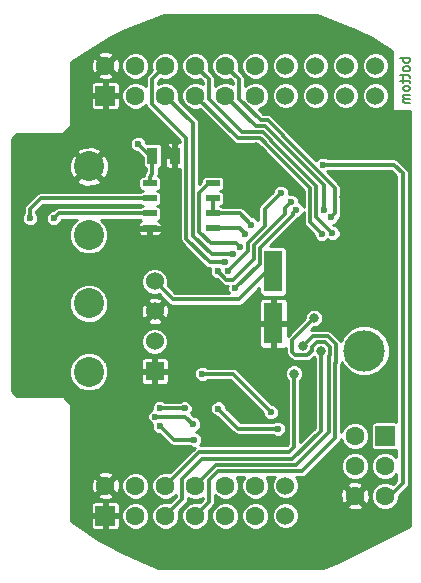
<source format=gbr>
G04 #@! TF.FileFunction,Copper,L2,Bot,Signal*
%FSLAX46Y46*%
G04 Gerber Fmt 4.6, Leading zero omitted, Abs format (unit mm)*
G04 Created by KiCad (PCBNEW (2015-08-30 BZR 6133)-product) date Fr 30 Okt 2015 20:46:54 CET*
%MOMM*%
G01*
G04 APERTURE LIST*
%ADD10C,0.100000*%
%ADD11C,0.150000*%
%ADD12R,1.651000X1.651000*%
%ADD13C,1.600200*%
%ADD14C,1.524000*%
%ADD15C,2.540000*%
%ADD16R,0.889000X1.397000*%
%ADD17R,1.600200X3.500120*%
%ADD18R,1.143000X0.508000*%
%ADD19C,3.500000*%
%ADD20R,1.524000X1.524000*%
%ADD21C,0.800000*%
%ADD22C,0.600000*%
%ADD23C,0.600000*%
%ADD24C,0.300000*%
%ADD25C,0.254000*%
G04 APERTURE END LIST*
D10*
D11*
X114336905Y-80254285D02*
X113536905Y-80254285D01*
X113841667Y-80254285D02*
X113803571Y-80330476D01*
X113803571Y-80482857D01*
X113841667Y-80559047D01*
X113879762Y-80597142D01*
X113955952Y-80635238D01*
X114184524Y-80635238D01*
X114260714Y-80597142D01*
X114298810Y-80559047D01*
X114336905Y-80482857D01*
X114336905Y-80330476D01*
X114298810Y-80254285D01*
X114336905Y-81092381D02*
X114298810Y-81016190D01*
X114260714Y-80978095D01*
X114184524Y-80940000D01*
X113955952Y-80940000D01*
X113879762Y-80978095D01*
X113841667Y-81016190D01*
X113803571Y-81092381D01*
X113803571Y-81206667D01*
X113841667Y-81282857D01*
X113879762Y-81320952D01*
X113955952Y-81359048D01*
X114184524Y-81359048D01*
X114260714Y-81320952D01*
X114298810Y-81282857D01*
X114336905Y-81206667D01*
X114336905Y-81092381D01*
X113803571Y-81587619D02*
X113803571Y-81892381D01*
X113536905Y-81701905D02*
X114222619Y-81701905D01*
X114298810Y-81740000D01*
X114336905Y-81816191D01*
X114336905Y-81892381D01*
X113803571Y-82044762D02*
X113803571Y-82349524D01*
X113536905Y-82159048D02*
X114222619Y-82159048D01*
X114298810Y-82197143D01*
X114336905Y-82273334D01*
X114336905Y-82349524D01*
X114336905Y-82730477D02*
X114298810Y-82654286D01*
X114260714Y-82616191D01*
X114184524Y-82578096D01*
X113955952Y-82578096D01*
X113879762Y-82616191D01*
X113841667Y-82654286D01*
X113803571Y-82730477D01*
X113803571Y-82844763D01*
X113841667Y-82920953D01*
X113879762Y-82959048D01*
X113955952Y-82997144D01*
X114184524Y-82997144D01*
X114260714Y-82959048D01*
X114298810Y-82920953D01*
X114336905Y-82844763D01*
X114336905Y-82730477D01*
X114336905Y-83340001D02*
X113803571Y-83340001D01*
X113879762Y-83340001D02*
X113841667Y-83378096D01*
X113803571Y-83454287D01*
X113803571Y-83568573D01*
X113841667Y-83644763D01*
X113917857Y-83682858D01*
X114336905Y-83682858D01*
X113917857Y-83682858D02*
X113841667Y-83720954D01*
X113803571Y-83797144D01*
X113803571Y-83911430D01*
X113841667Y-83987620D01*
X113917857Y-84025715D01*
X114336905Y-84025715D01*
D12*
X88575000Y-118970000D03*
D13*
X88575000Y-116430000D03*
X91115000Y-118970000D03*
X91115000Y-116430000D03*
X93655000Y-118970000D03*
X93655000Y-116430000D03*
X96195000Y-118970000D03*
X96195000Y-116430000D03*
X98735000Y-118970000D03*
X98735000Y-116430000D03*
X101275000Y-118970000D03*
X101275000Y-116430000D03*
D14*
X103815000Y-118970000D03*
X103815000Y-116430000D03*
D12*
X88575000Y-83410000D03*
D13*
X88575000Y-80870000D03*
X91115000Y-83410000D03*
X91115000Y-80870000D03*
X93655000Y-83410000D03*
X93655000Y-80870000D03*
X96195000Y-83410000D03*
X96195000Y-80870000D03*
X98735000Y-83410000D03*
X98735000Y-80870000D03*
X101275000Y-83410000D03*
X101275000Y-80870000D03*
D14*
X103815000Y-83410000D03*
X103815000Y-80870000D03*
X106355000Y-83410000D03*
X106355000Y-80870000D03*
X108895000Y-83410000D03*
X108895000Y-80870000D03*
X111435000Y-83410000D03*
X111435000Y-80870000D03*
D12*
X112250000Y-112210000D03*
D13*
X109710000Y-112210000D03*
X112250000Y-114750000D03*
X109710000Y-114750000D03*
X112250000Y-117290000D03*
X109710000Y-117290000D03*
D15*
X87175000Y-101010000D03*
D16*
X94452500Y-88500000D03*
X92547500Y-88500000D03*
D17*
X102800000Y-98300360D03*
X102800000Y-102699640D03*
D15*
X87175000Y-89410000D03*
X87175000Y-95210000D03*
X87175000Y-106810000D03*
D18*
X92333000Y-90845000D03*
X97667000Y-90845000D03*
X92333000Y-92115000D03*
X92333000Y-93385000D03*
X92333000Y-94655000D03*
X97667000Y-92115000D03*
X97667000Y-93385000D03*
X97667000Y-94655000D03*
D19*
X110500000Y-105000000D03*
D20*
X92750000Y-106750000D03*
D14*
X92750000Y-104210000D03*
X92750000Y-101670000D03*
X92750000Y-99130000D03*
D21*
X108895000Y-108048000D03*
X100838000Y-101346000D03*
X101337577Y-87732696D03*
X90953102Y-114683096D03*
X93375000Y-87010000D03*
X108800000Y-92000000D03*
X106817491Y-105038553D03*
X104559296Y-106939986D03*
D22*
X93194994Y-111378999D03*
X96095488Y-112529414D03*
X99374474Y-96855924D03*
X98701430Y-97507667D03*
X106893927Y-95106073D03*
X107798536Y-95048566D03*
X107070006Y-93085721D03*
X107716362Y-93676983D03*
X103413541Y-91647944D03*
X98976975Y-98258729D03*
X104274499Y-92406351D03*
X98096656Y-98297677D03*
X104729138Y-93064623D03*
X99587329Y-99699900D03*
X92802249Y-110580229D03*
X95995045Y-111231774D03*
X100942140Y-94324170D03*
X99963464Y-96218659D03*
X100429671Y-95157015D03*
X107000000Y-89250000D03*
X93172218Y-109870904D03*
X95281401Y-109900605D03*
D21*
X106250000Y-102250000D03*
X105300538Y-104625592D03*
D22*
X96775000Y-106970498D03*
X102575000Y-110210000D03*
X98127417Y-109901353D03*
X103175000Y-111610000D03*
X91349089Y-87506405D03*
X84184812Y-93809485D03*
X82200000Y-93800000D03*
D23*
X93375000Y-87010000D02*
X93375000Y-87422500D01*
X93375000Y-87422500D02*
X94452500Y-88500000D01*
X87020200Y-89474834D02*
X87020200Y-88960000D01*
D24*
X106817491Y-111775915D02*
X106817491Y-105604238D01*
X95044899Y-115877951D02*
X96722850Y-114200000D01*
X93655000Y-118970000D02*
X95044899Y-117580101D01*
X106817491Y-105604238D02*
X106817491Y-105038553D01*
X96722850Y-114200000D02*
X104393406Y-114200000D01*
X95044899Y-117580101D02*
X95044899Y-115877951D01*
X104393406Y-114200000D02*
X106817491Y-111775915D01*
X104559296Y-107505671D02*
X104559296Y-106939986D01*
X96521449Y-113563551D02*
X104129327Y-113563551D01*
X104559296Y-113133582D02*
X104559296Y-107505671D01*
X93655000Y-116430000D02*
X96521449Y-113563551D01*
X104129327Y-113563551D02*
X104559296Y-113133582D01*
X94345409Y-112529414D02*
X93194994Y-111378999D01*
X96095488Y-112529414D02*
X94345409Y-112529414D01*
X97578778Y-96855924D02*
X99374474Y-96855924D01*
X96000000Y-95277146D02*
X97578778Y-96855924D01*
X93655000Y-83410000D02*
X96000000Y-85755000D01*
X96000000Y-85755000D02*
X96000000Y-95277146D01*
X98701430Y-97507667D02*
X97414509Y-97507667D01*
X97414509Y-97507667D02*
X95435910Y-95529068D01*
X95435910Y-95529068D02*
X95435910Y-87035910D01*
X95435910Y-87035910D02*
X92504899Y-84104899D01*
X92504899Y-84104899D02*
X92504899Y-82020101D01*
X92504899Y-82020101D02*
X93655000Y-80870000D01*
X105919976Y-94132122D02*
X105919976Y-91256794D01*
X105919976Y-91256794D02*
X102087578Y-87424396D01*
X102087578Y-87424396D02*
X102087578Y-87372695D01*
X102087578Y-87372695D02*
X101697578Y-86982695D01*
X99767695Y-86982695D02*
X96195000Y-83410000D01*
X106893927Y-95106073D02*
X105919976Y-94132122D01*
X101697578Y-86982695D02*
X99767695Y-86982695D01*
X97345101Y-82020101D02*
X96195000Y-80870000D01*
X97345101Y-83688401D02*
X97345101Y-82020101D01*
X107798536Y-95048566D02*
X106419987Y-93670017D01*
X100139384Y-86482684D02*
X97345101Y-83688401D01*
X102587588Y-87165583D02*
X101904689Y-86482684D01*
X106419986Y-91049682D02*
X102587589Y-87217285D01*
X102587589Y-87217285D02*
X102587588Y-87165583D01*
X106419987Y-93670017D02*
X106419986Y-91049682D01*
X101904689Y-86482684D02*
X100139384Y-86482684D01*
X107070006Y-90992580D02*
X107070006Y-93085721D01*
X103087598Y-87010172D02*
X107070006Y-90992580D01*
X98735000Y-83410000D02*
X101307674Y-85982674D01*
X101307674Y-85982674D02*
X102111801Y-85982674D01*
X103087598Y-86958471D02*
X103087598Y-87010172D01*
X102111801Y-85982674D02*
X103087598Y-86958471D01*
X99885101Y-82020101D02*
X98735000Y-80870000D01*
X99885101Y-83655168D02*
X99885101Y-82020101D01*
X102318913Y-85482664D02*
X101712579Y-85482665D01*
X101712579Y-85482665D02*
X99885101Y-83655168D01*
X103587609Y-86751360D02*
X102318913Y-85482664D01*
X108016361Y-91231813D02*
X103587609Y-86803061D01*
X108016361Y-93376984D02*
X108016361Y-91231813D01*
X107716362Y-93676983D02*
X108016361Y-93376984D01*
X103587609Y-86803061D02*
X103587609Y-86751360D01*
X100649877Y-96585827D02*
X100649877Y-95856077D01*
X98976975Y-98258729D02*
X100649877Y-96585827D01*
X100649877Y-95856077D02*
X102062042Y-94443912D01*
X102062042Y-92999443D02*
X103413541Y-91647944D01*
X102062042Y-94443912D02*
X102062042Y-92999443D01*
X98096656Y-98297677D02*
X98798979Y-99000000D01*
X101149888Y-97240138D02*
X101149888Y-96063188D01*
X101149888Y-96063188D02*
X103760580Y-93452496D01*
X103760580Y-93452496D02*
X103760580Y-92920270D01*
X103760580Y-92920270D02*
X104274499Y-92406351D01*
X99390026Y-99000000D02*
X101149888Y-97240138D01*
X98798979Y-99000000D02*
X99390026Y-99000000D01*
X104429139Y-93491059D02*
X104429139Y-93364622D01*
X99587329Y-99699900D02*
X101649899Y-97637330D01*
X101649899Y-96270299D02*
X104429139Y-93491059D01*
X101649899Y-97637330D02*
X101649899Y-96270299D01*
X104429139Y-93364622D02*
X104729138Y-93064623D01*
X95343500Y-110580229D02*
X92802249Y-110580229D01*
X95995045Y-111231774D02*
X95343500Y-110580229D01*
X100002970Y-93385000D02*
X100942140Y-94324170D01*
X97667000Y-93385000D02*
X100002970Y-93385000D01*
X97667000Y-92115000D02*
X97667000Y-93385000D01*
X99663465Y-95918660D02*
X99963464Y-96218659D01*
X96500011Y-94943513D02*
X97475158Y-95918660D01*
X97475158Y-95918660D02*
X99663465Y-95918660D01*
X96500011Y-91694489D02*
X96500011Y-94943513D01*
X97349500Y-90845000D02*
X96500011Y-91694489D01*
X97667000Y-90845000D02*
X97349500Y-90845000D01*
X99927656Y-94655000D02*
X100429671Y-95157015D01*
X97667000Y-94655000D02*
X99927656Y-94655000D01*
X112250000Y-117290000D02*
X112710000Y-117290000D01*
X112710000Y-117290000D02*
X113750000Y-116250000D01*
X113000000Y-89250000D02*
X107000000Y-89250000D01*
X113750000Y-90000000D02*
X113000000Y-89250000D01*
X113750000Y-116250000D02*
X113750000Y-90000000D01*
X93201919Y-109900605D02*
X93172218Y-109870904D01*
X95281401Y-109900605D02*
X93201919Y-109900605D01*
X106051243Y-104711043D02*
X106051243Y-105003471D01*
X105850001Y-102649999D02*
X106250000Y-102250000D01*
X104694583Y-114705417D02*
X107502509Y-111897491D01*
X104400000Y-104100000D02*
X105850001Y-102649999D01*
X104400000Y-105137064D02*
X104400000Y-104100000D01*
X107567493Y-104678551D02*
X107177493Y-104288551D01*
X106051243Y-105003471D02*
X105677680Y-105377034D01*
X104639970Y-105377034D02*
X104400000Y-105137064D01*
X105677680Y-105377034D02*
X104639970Y-105377034D01*
X107567493Y-105398555D02*
X107567493Y-104678551D01*
X107177493Y-104288551D02*
X106473735Y-104288551D01*
X96195000Y-116430000D02*
X97919583Y-114705417D01*
X107502509Y-105463539D02*
X107567493Y-105398555D01*
X97919583Y-114705417D02*
X104694583Y-114705417D01*
X107502509Y-111897491D02*
X107502509Y-105463539D01*
X106473735Y-104288551D02*
X106051243Y-104711043D01*
X108067503Y-104471439D02*
X107384604Y-103788540D01*
X108067503Y-106044309D02*
X108067503Y-104471439D01*
X105194572Y-115205428D02*
X108022828Y-112377172D01*
X108022828Y-112377172D02*
X108022828Y-106088984D01*
X98129817Y-115205428D02*
X105194572Y-115205428D01*
X108022828Y-106088984D02*
X108067503Y-106044309D01*
X97345101Y-117819899D02*
X97345101Y-115990144D01*
X106137590Y-103788540D02*
X105700537Y-104225593D01*
X96195000Y-118970000D02*
X97345101Y-117819899D01*
X107384604Y-103788540D02*
X106137590Y-103788540D01*
X105700537Y-104225593D02*
X105300538Y-104625592D01*
X97345101Y-115990144D02*
X98129817Y-115205428D01*
X102575000Y-110210000D02*
X99335498Y-106970498D01*
X99335498Y-106970498D02*
X96775000Y-106970498D01*
X99836064Y-111610000D02*
X98127417Y-109901353D01*
X103175000Y-111610000D02*
X99836064Y-111610000D01*
X92547500Y-88500000D02*
X92342684Y-88500000D01*
X92342684Y-88500000D02*
X91349089Y-87506405D01*
X99899940Y-100650420D02*
X94270420Y-100650420D01*
X102250000Y-98300360D02*
X99899940Y-100650420D01*
X94270420Y-100650420D02*
X92750000Y-99130000D01*
X92333000Y-90267000D02*
X92547500Y-90052500D01*
X92547500Y-90052500D02*
X92547500Y-88500000D01*
X92333000Y-90845000D02*
X92333000Y-90267000D01*
X84484811Y-93509486D02*
X84184812Y-93809485D01*
X84609297Y-93385000D02*
X84484811Y-93509486D01*
X92333000Y-93385000D02*
X84609297Y-93385000D01*
X82200000Y-93000000D02*
X82200000Y-93800000D01*
X83085000Y-92115000D02*
X82200000Y-93000000D01*
X92333000Y-92115000D02*
X83085000Y-92115000D01*
D25*
G36*
X109722717Y-77844155D02*
X111162164Y-78563617D01*
X112832869Y-79607808D01*
X112809000Y-79607808D01*
X112809000Y-84672191D01*
X114373000Y-84672191D01*
X114373000Y-119830628D01*
X108228606Y-122903636D01*
X106976970Y-123373000D01*
X93026951Y-123373000D01*
X90163531Y-122100369D01*
X88026199Y-121031498D01*
X85627000Y-119432032D01*
X85627000Y-119203750D01*
X87322500Y-119203750D01*
X87322500Y-119880436D01*
X87387507Y-120037376D01*
X87507624Y-120157493D01*
X87664565Y-120222500D01*
X88341250Y-120222500D01*
X88448000Y-120115750D01*
X88448000Y-119097000D01*
X88702000Y-119097000D01*
X88702000Y-120115750D01*
X88808750Y-120222500D01*
X89485435Y-120222500D01*
X89642376Y-120157493D01*
X89762493Y-120037376D01*
X89827500Y-119880436D01*
X89827500Y-119203905D01*
X89933696Y-119203905D01*
X90113128Y-119638165D01*
X90445087Y-119970704D01*
X90879034Y-120150894D01*
X91348905Y-120151304D01*
X91783165Y-119971872D01*
X92115704Y-119639913D01*
X92295894Y-119205966D01*
X92296304Y-118736095D01*
X92116872Y-118301835D01*
X91784913Y-117969296D01*
X91350966Y-117789106D01*
X90881095Y-117788696D01*
X90446835Y-117968128D01*
X90114296Y-118300087D01*
X89934106Y-118734034D01*
X89933696Y-119203905D01*
X89827500Y-119203905D01*
X89827500Y-119203750D01*
X89720750Y-119097000D01*
X88702000Y-119097000D01*
X88448000Y-119097000D01*
X87429250Y-119097000D01*
X87322500Y-119203750D01*
X85627000Y-119203750D01*
X85627000Y-118059564D01*
X87322500Y-118059564D01*
X87322500Y-118736250D01*
X87429250Y-118843000D01*
X88448000Y-118843000D01*
X88448000Y-117824250D01*
X88702000Y-117824250D01*
X88702000Y-118843000D01*
X89720750Y-118843000D01*
X89827500Y-118736250D01*
X89827500Y-118059564D01*
X89762493Y-117902624D01*
X89642376Y-117782507D01*
X89485435Y-117717500D01*
X88808750Y-117717500D01*
X88702000Y-117824250D01*
X88448000Y-117824250D01*
X88341250Y-117717500D01*
X87664565Y-117717500D01*
X87507624Y-117782507D01*
X87387507Y-117902624D01*
X87322500Y-118059564D01*
X85627000Y-118059564D01*
X85627000Y-117324010D01*
X87860595Y-117324010D01*
X87946142Y-117511615D01*
X88407927Y-117669935D01*
X88895148Y-117639487D01*
X89203858Y-117511615D01*
X89289405Y-117324010D01*
X88575000Y-116609605D01*
X87860595Y-117324010D01*
X85627000Y-117324010D01*
X85627000Y-116262927D01*
X87335065Y-116262927D01*
X87365513Y-116750148D01*
X87493385Y-117058858D01*
X87680990Y-117144405D01*
X88395395Y-116430000D01*
X88754605Y-116430000D01*
X89469010Y-117144405D01*
X89656615Y-117058858D01*
X89792022Y-116663905D01*
X89933696Y-116663905D01*
X90113128Y-117098165D01*
X90445087Y-117430704D01*
X90879034Y-117610894D01*
X91348905Y-117611304D01*
X91783165Y-117431872D01*
X92115704Y-117099913D01*
X92295894Y-116665966D01*
X92296304Y-116196095D01*
X92116872Y-115761835D01*
X91784913Y-115429296D01*
X91350966Y-115249106D01*
X90881095Y-115248696D01*
X90446835Y-115428128D01*
X90114296Y-115760087D01*
X89934106Y-116194034D01*
X89933696Y-116663905D01*
X89792022Y-116663905D01*
X89814935Y-116597073D01*
X89784487Y-116109852D01*
X89656615Y-115801142D01*
X89469010Y-115715595D01*
X88754605Y-116430000D01*
X88395395Y-116430000D01*
X87680990Y-115715595D01*
X87493385Y-115801142D01*
X87335065Y-116262927D01*
X85627000Y-116262927D01*
X85627000Y-115535990D01*
X87860595Y-115535990D01*
X88575000Y-116250395D01*
X89289405Y-115535990D01*
X89203858Y-115348385D01*
X88742073Y-115190065D01*
X88254852Y-115220513D01*
X87946142Y-115348385D01*
X87860595Y-115535990D01*
X85627000Y-115535990D01*
X85627000Y-110715094D01*
X92121131Y-110715094D01*
X92224588Y-110965481D01*
X92415990Y-111157216D01*
X92530044Y-111204576D01*
X92514112Y-111242945D01*
X92513876Y-111513864D01*
X92617333Y-111764251D01*
X92808735Y-111955986D01*
X93058940Y-112059881D01*
X93124986Y-112059939D01*
X93969933Y-112904885D01*
X93969935Y-112904888D01*
X94142204Y-113019994D01*
X94345409Y-113060414D01*
X95663322Y-113060414D01*
X95709229Y-113106401D01*
X95959434Y-113210296D01*
X96123613Y-113210439D01*
X94028032Y-115306020D01*
X93890966Y-115249106D01*
X93421095Y-115248696D01*
X92986835Y-115428128D01*
X92654296Y-115760087D01*
X92474106Y-116194034D01*
X92473696Y-116663905D01*
X92653128Y-117098165D01*
X92985087Y-117430704D01*
X93419034Y-117610894D01*
X93888905Y-117611304D01*
X94323165Y-117431872D01*
X94513899Y-117241471D01*
X94513899Y-117360153D01*
X94028032Y-117846020D01*
X93890966Y-117789106D01*
X93421095Y-117788696D01*
X92986835Y-117968128D01*
X92654296Y-118300087D01*
X92474106Y-118734034D01*
X92473696Y-119203905D01*
X92653128Y-119638165D01*
X92985087Y-119970704D01*
X93419034Y-120150894D01*
X93888905Y-120151304D01*
X94323165Y-119971872D01*
X94655704Y-119639913D01*
X94835894Y-119205966D01*
X94836304Y-118736095D01*
X94778865Y-118597083D01*
X95420373Y-117955575D01*
X95535479Y-117783306D01*
X95575899Y-117580101D01*
X95575899Y-117451803D01*
X95959034Y-117610894D01*
X96428905Y-117611304D01*
X96814101Y-117452145D01*
X96814101Y-117599952D01*
X96568032Y-117846021D01*
X96430966Y-117789106D01*
X95961095Y-117788696D01*
X95526835Y-117968128D01*
X95194296Y-118300087D01*
X95014106Y-118734034D01*
X95013696Y-119203905D01*
X95193128Y-119638165D01*
X95525087Y-119970704D01*
X95959034Y-120150894D01*
X96428905Y-120151304D01*
X96863165Y-119971872D01*
X97195704Y-119639913D01*
X97375894Y-119205966D01*
X97375895Y-119203905D01*
X97553696Y-119203905D01*
X97733128Y-119638165D01*
X98065087Y-119970704D01*
X98499034Y-120150894D01*
X98968905Y-120151304D01*
X99403165Y-119971872D01*
X99735704Y-119639913D01*
X99915894Y-119205966D01*
X99915895Y-119203905D01*
X100093696Y-119203905D01*
X100273128Y-119638165D01*
X100605087Y-119970704D01*
X101039034Y-120150894D01*
X101508905Y-120151304D01*
X101943165Y-119971872D01*
X102275704Y-119639913D01*
X102455894Y-119205966D01*
X102455902Y-119196359D01*
X102671802Y-119196359D01*
X102845446Y-119616612D01*
X103166697Y-119938423D01*
X103586646Y-120112801D01*
X104041359Y-120113198D01*
X104461612Y-119939554D01*
X104783423Y-119618303D01*
X104957801Y-119198354D01*
X104958198Y-118743641D01*
X104784554Y-118323388D01*
X104645419Y-118184010D01*
X108995595Y-118184010D01*
X109081142Y-118371615D01*
X109542927Y-118529935D01*
X110030148Y-118499487D01*
X110338858Y-118371615D01*
X110424405Y-118184010D01*
X109710000Y-117469605D01*
X108995595Y-118184010D01*
X104645419Y-118184010D01*
X104463303Y-118001577D01*
X104043354Y-117827199D01*
X103588641Y-117826802D01*
X103168388Y-118000446D01*
X102846577Y-118321697D01*
X102672199Y-118741646D01*
X102671802Y-119196359D01*
X102455902Y-119196359D01*
X102456304Y-118736095D01*
X102276872Y-118301835D01*
X101944913Y-117969296D01*
X101510966Y-117789106D01*
X101041095Y-117788696D01*
X100606835Y-117968128D01*
X100274296Y-118300087D01*
X100094106Y-118734034D01*
X100093696Y-119203905D01*
X99915895Y-119203905D01*
X99916304Y-118736095D01*
X99736872Y-118301835D01*
X99404913Y-117969296D01*
X98970966Y-117789106D01*
X98501095Y-117788696D01*
X98066835Y-117968128D01*
X97734296Y-118300087D01*
X97554106Y-118734034D01*
X97553696Y-119203905D01*
X97375895Y-119203905D01*
X97376304Y-118736095D01*
X97318865Y-118597082D01*
X97720572Y-118195375D01*
X97720575Y-118195373D01*
X97835681Y-118023104D01*
X97876101Y-117819899D01*
X97876101Y-117241388D01*
X98065087Y-117430704D01*
X98499034Y-117610894D01*
X98968905Y-117611304D01*
X99403165Y-117431872D01*
X99735704Y-117099913D01*
X99915894Y-116665966D01*
X99916304Y-116196095D01*
X99736872Y-115761835D01*
X99711509Y-115736428D01*
X100297996Y-115736428D01*
X100274296Y-115760087D01*
X100094106Y-116194034D01*
X100093696Y-116663905D01*
X100273128Y-117098165D01*
X100605087Y-117430704D01*
X101039034Y-117610894D01*
X101508905Y-117611304D01*
X101943165Y-117431872D01*
X102275704Y-117099913D01*
X102455894Y-116665966D01*
X102456304Y-116196095D01*
X102276872Y-115761835D01*
X102251509Y-115736428D01*
X102891925Y-115736428D01*
X102846577Y-115781697D01*
X102672199Y-116201646D01*
X102671802Y-116656359D01*
X102845446Y-117076612D01*
X103166697Y-117398423D01*
X103586646Y-117572801D01*
X104041359Y-117573198D01*
X104461612Y-117399554D01*
X104738721Y-117122927D01*
X108470065Y-117122927D01*
X108500513Y-117610148D01*
X108628385Y-117918858D01*
X108815990Y-118004405D01*
X109530395Y-117290000D01*
X109889605Y-117290000D01*
X110604010Y-118004405D01*
X110791615Y-117918858D01*
X110949935Y-117457073D01*
X110919487Y-116969852D01*
X110791615Y-116661142D01*
X110604010Y-116575595D01*
X109889605Y-117290000D01*
X109530395Y-117290000D01*
X108815990Y-116575595D01*
X108628385Y-116661142D01*
X108470065Y-117122927D01*
X104738721Y-117122927D01*
X104783423Y-117078303D01*
X104957801Y-116658354D01*
X104958030Y-116395990D01*
X108995595Y-116395990D01*
X109710000Y-117110395D01*
X110424405Y-116395990D01*
X110338858Y-116208385D01*
X109877073Y-116050065D01*
X109389852Y-116080513D01*
X109081142Y-116208385D01*
X108995595Y-116395990D01*
X104958030Y-116395990D01*
X104958198Y-116203641D01*
X104784554Y-115783388D01*
X104737676Y-115736428D01*
X105194572Y-115736428D01*
X105397777Y-115696008D01*
X105570046Y-115580902D01*
X106167043Y-114983905D01*
X108528696Y-114983905D01*
X108708128Y-115418165D01*
X109040087Y-115750704D01*
X109474034Y-115930894D01*
X109943905Y-115931304D01*
X110378165Y-115751872D01*
X110710704Y-115419913D01*
X110890894Y-114985966D01*
X110891304Y-114516095D01*
X110711872Y-114081835D01*
X110379913Y-113749296D01*
X109945966Y-113569106D01*
X109476095Y-113568696D01*
X109041835Y-113748128D01*
X108709296Y-114080087D01*
X108529106Y-114514034D01*
X108528696Y-114983905D01*
X106167043Y-114983905D01*
X108398302Y-112752646D01*
X108513408Y-112580377D01*
X108536701Y-112463278D01*
X108708128Y-112878165D01*
X109040087Y-113210704D01*
X109474034Y-113390894D01*
X109943905Y-113391304D01*
X110378165Y-113211872D01*
X110710704Y-112879913D01*
X110890894Y-112445966D01*
X110891304Y-111976095D01*
X110711872Y-111541835D01*
X110379913Y-111209296D01*
X109945966Y-111029106D01*
X109476095Y-111028696D01*
X109041835Y-111208128D01*
X108709296Y-111540087D01*
X108553828Y-111914497D01*
X108553828Y-106253882D01*
X108558083Y-106247514D01*
X108598503Y-106044309D01*
X108598503Y-105978355D01*
X108692373Y-106205538D01*
X109291309Y-106805521D01*
X110074258Y-107130630D01*
X110922022Y-107131369D01*
X111705538Y-106807627D01*
X112305521Y-106208691D01*
X112630630Y-105425742D01*
X112631369Y-104577978D01*
X112307627Y-103794462D01*
X111708691Y-103194479D01*
X110925742Y-102869370D01*
X110077978Y-102868631D01*
X109294462Y-103192373D01*
X108694479Y-103791309D01*
X108520067Y-104211339D01*
X108442977Y-104095965D01*
X107760078Y-103413066D01*
X107587809Y-103297960D01*
X107384604Y-103257540D01*
X106137590Y-103257540D01*
X105957607Y-103293341D01*
X106219974Y-103030974D01*
X106404669Y-103031136D01*
X106691823Y-102912486D01*
X106911714Y-102692979D01*
X107030864Y-102406032D01*
X107031136Y-102095331D01*
X106912486Y-101808177D01*
X106692979Y-101588286D01*
X106406032Y-101469136D01*
X106095331Y-101468864D01*
X105808177Y-101587514D01*
X105588286Y-101807021D01*
X105469136Y-102093968D01*
X105468973Y-102280079D01*
X104027100Y-103721952D01*
X104027100Y-102933390D01*
X103920350Y-102826640D01*
X102927000Y-102826640D01*
X102927000Y-104769950D01*
X103033750Y-104876700D01*
X103685035Y-104876700D01*
X103841976Y-104811693D01*
X103869000Y-104784669D01*
X103869000Y-105137064D01*
X103909420Y-105340269D01*
X104024526Y-105512538D01*
X104264496Y-105752508D01*
X104436765Y-105867614D01*
X104639970Y-105908035D01*
X104639975Y-105908034D01*
X105677680Y-105908034D01*
X105880885Y-105867614D01*
X106053154Y-105752508D01*
X106240071Y-105565591D01*
X106286491Y-105612092D01*
X106286491Y-111555967D01*
X105090296Y-112752162D01*
X105090296Y-107513451D01*
X105221010Y-107382965D01*
X105340160Y-107096018D01*
X105340432Y-106785317D01*
X105221782Y-106498163D01*
X105002275Y-106278272D01*
X104715328Y-106159122D01*
X104404627Y-106158850D01*
X104117473Y-106277500D01*
X103897582Y-106497007D01*
X103778432Y-106783954D01*
X103778160Y-107094655D01*
X103896810Y-107381809D01*
X104028296Y-107513525D01*
X104028296Y-112913634D01*
X103909379Y-113032551D01*
X96555394Y-113032551D01*
X96672475Y-112915673D01*
X96776370Y-112665468D01*
X96776606Y-112394549D01*
X96673149Y-112144162D01*
X96481747Y-111952427D01*
X96258541Y-111859743D01*
X96380297Y-111809435D01*
X96572032Y-111618033D01*
X96675927Y-111367828D01*
X96676163Y-111096909D01*
X96572706Y-110846522D01*
X96381304Y-110654787D01*
X96131099Y-110550892D01*
X96065053Y-110550834D01*
X95829711Y-110315492D01*
X95858388Y-110286864D01*
X95962283Y-110036659D01*
X95962283Y-110036218D01*
X97446299Y-110036218D01*
X97549756Y-110286605D01*
X97741158Y-110478340D01*
X97991363Y-110582235D01*
X98057409Y-110582293D01*
X99460590Y-111985474D01*
X99632859Y-112100580D01*
X99836064Y-112141001D01*
X99836069Y-112141000D01*
X102742834Y-112141000D01*
X102788741Y-112186987D01*
X103038946Y-112290882D01*
X103309865Y-112291118D01*
X103560252Y-112187661D01*
X103751987Y-111996259D01*
X103855882Y-111746054D01*
X103856118Y-111475135D01*
X103752661Y-111224748D01*
X103561259Y-111033013D01*
X103311054Y-110929118D01*
X103040135Y-110928882D01*
X102789748Y-111032339D01*
X102743006Y-111079000D01*
X100056012Y-111079000D01*
X98808478Y-109831466D01*
X98808535Y-109766488D01*
X98705078Y-109516101D01*
X98513676Y-109324366D01*
X98263471Y-109220471D01*
X97992552Y-109220235D01*
X97742165Y-109323692D01*
X97550430Y-109515094D01*
X97446535Y-109765299D01*
X97446299Y-110036218D01*
X95962283Y-110036218D01*
X95962519Y-109765740D01*
X95859062Y-109515353D01*
X95667660Y-109323618D01*
X95417455Y-109219723D01*
X95146536Y-109219487D01*
X94896149Y-109322944D01*
X94849407Y-109369605D01*
X93634034Y-109369605D01*
X93558477Y-109293917D01*
X93308272Y-109190022D01*
X93037353Y-109189786D01*
X92786966Y-109293243D01*
X92595231Y-109484645D01*
X92491336Y-109734850D01*
X92491129Y-109971937D01*
X92416997Y-110002568D01*
X92225262Y-110193970D01*
X92121367Y-110444175D01*
X92121131Y-110715094D01*
X85627000Y-110715094D01*
X85627000Y-109500000D01*
X85616994Y-109450590D01*
X85589803Y-109410197D01*
X85089803Y-108910197D01*
X85047789Y-108882334D01*
X85000000Y-108873000D01*
X81052606Y-108873000D01*
X80627000Y-108447394D01*
X80627000Y-107136963D01*
X85523714Y-107136963D01*
X85774534Y-107743995D01*
X86238563Y-108208834D01*
X86845155Y-108460713D01*
X87501963Y-108461286D01*
X88108995Y-108210466D01*
X88573834Y-107746437D01*
X88825713Y-107139845D01*
X88825849Y-106983750D01*
X91561000Y-106983750D01*
X91561000Y-107596935D01*
X91626007Y-107753876D01*
X91746124Y-107873993D01*
X91903064Y-107939000D01*
X92516250Y-107939000D01*
X92623000Y-107832250D01*
X92623000Y-106877000D01*
X92877000Y-106877000D01*
X92877000Y-107832250D01*
X92983750Y-107939000D01*
X93596936Y-107939000D01*
X93753876Y-107873993D01*
X93873993Y-107753876D01*
X93939000Y-107596935D01*
X93939000Y-107105363D01*
X96093882Y-107105363D01*
X96197339Y-107355750D01*
X96388741Y-107547485D01*
X96638946Y-107651380D01*
X96909865Y-107651616D01*
X97160252Y-107548159D01*
X97206994Y-107501498D01*
X99115550Y-107501498D01*
X101893939Y-110279886D01*
X101893882Y-110344865D01*
X101997339Y-110595252D01*
X102188741Y-110786987D01*
X102438946Y-110890882D01*
X102709865Y-110891118D01*
X102960252Y-110787661D01*
X103151987Y-110596259D01*
X103255882Y-110346054D01*
X103256118Y-110075135D01*
X103152661Y-109824748D01*
X102961259Y-109633013D01*
X102711054Y-109529118D01*
X102645008Y-109529060D01*
X99710972Y-106595024D01*
X99538703Y-106479918D01*
X99335498Y-106439498D01*
X97207166Y-106439498D01*
X97161259Y-106393511D01*
X96911054Y-106289616D01*
X96640135Y-106289380D01*
X96389748Y-106392837D01*
X96198013Y-106584239D01*
X96094118Y-106834444D01*
X96093882Y-107105363D01*
X93939000Y-107105363D01*
X93939000Y-106983750D01*
X93832250Y-106877000D01*
X92877000Y-106877000D01*
X92623000Y-106877000D01*
X91667750Y-106877000D01*
X91561000Y-106983750D01*
X88825849Y-106983750D01*
X88826286Y-106483037D01*
X88586647Y-105903065D01*
X91561000Y-105903065D01*
X91561000Y-106516250D01*
X91667750Y-106623000D01*
X92623000Y-106623000D01*
X92623000Y-105667750D01*
X92877000Y-105667750D01*
X92877000Y-106623000D01*
X93832250Y-106623000D01*
X93939000Y-106516250D01*
X93939000Y-105903065D01*
X93873993Y-105746124D01*
X93753876Y-105626007D01*
X93596936Y-105561000D01*
X92983750Y-105561000D01*
X92877000Y-105667750D01*
X92623000Y-105667750D01*
X92516250Y-105561000D01*
X91903064Y-105561000D01*
X91746124Y-105626007D01*
X91626007Y-105746124D01*
X91561000Y-105903065D01*
X88586647Y-105903065D01*
X88575466Y-105876005D01*
X88111437Y-105411166D01*
X87504845Y-105159287D01*
X86848037Y-105158714D01*
X86241005Y-105409534D01*
X85776166Y-105873563D01*
X85524287Y-106480155D01*
X85523714Y-107136963D01*
X80627000Y-107136963D01*
X80627000Y-104436359D01*
X91606802Y-104436359D01*
X91780446Y-104856612D01*
X92101697Y-105178423D01*
X92521646Y-105352801D01*
X92976359Y-105353198D01*
X93396612Y-105179554D01*
X93718423Y-104858303D01*
X93892801Y-104438354D01*
X93893198Y-103983641D01*
X93719554Y-103563388D01*
X93398303Y-103241577D01*
X92978354Y-103067199D01*
X92523641Y-103066802D01*
X92103388Y-103240446D01*
X91781577Y-103561697D01*
X91607199Y-103981646D01*
X91606802Y-104436359D01*
X80627000Y-104436359D01*
X80627000Y-102933390D01*
X101572900Y-102933390D01*
X101572900Y-104534636D01*
X101637907Y-104691576D01*
X101758024Y-104811693D01*
X101914965Y-104876700D01*
X102566250Y-104876700D01*
X102673000Y-104769950D01*
X102673000Y-102826640D01*
X101679650Y-102826640D01*
X101572900Y-102933390D01*
X80627000Y-102933390D01*
X80627000Y-101336963D01*
X85523714Y-101336963D01*
X85774534Y-101943995D01*
X86238563Y-102408834D01*
X86845155Y-102660713D01*
X87501963Y-102661286D01*
X87804295Y-102536365D01*
X92063240Y-102536365D01*
X92144097Y-102720018D01*
X92592043Y-102871959D01*
X93064037Y-102840913D01*
X93355903Y-102720018D01*
X93436760Y-102536365D01*
X92750000Y-101849605D01*
X92063240Y-102536365D01*
X87804295Y-102536365D01*
X88108995Y-102410466D01*
X88573834Y-101946437D01*
X88754210Y-101512043D01*
X91548041Y-101512043D01*
X91579087Y-101984037D01*
X91699982Y-102275903D01*
X91883635Y-102356760D01*
X92570395Y-101670000D01*
X92929605Y-101670000D01*
X93616365Y-102356760D01*
X93800018Y-102275903D01*
X93951959Y-101827957D01*
X93920913Y-101355963D01*
X93800018Y-101064097D01*
X93616365Y-100983240D01*
X92929605Y-101670000D01*
X92570395Y-101670000D01*
X91883635Y-100983240D01*
X91699982Y-101064097D01*
X91548041Y-101512043D01*
X88754210Y-101512043D01*
X88825713Y-101339845D01*
X88826180Y-100803635D01*
X92063240Y-100803635D01*
X92750000Y-101490395D01*
X93436760Y-100803635D01*
X93355903Y-100619982D01*
X92907957Y-100468041D01*
X92435963Y-100499087D01*
X92144097Y-100619982D01*
X92063240Y-100803635D01*
X88826180Y-100803635D01*
X88826286Y-100683037D01*
X88575466Y-100076005D01*
X88111437Y-99611166D01*
X87504845Y-99359287D01*
X86848037Y-99358714D01*
X86241005Y-99609534D01*
X85776166Y-100073563D01*
X85524287Y-100680155D01*
X85523714Y-101336963D01*
X80627000Y-101336963D01*
X80627000Y-93934865D01*
X81518882Y-93934865D01*
X81622339Y-94185252D01*
X81813741Y-94376987D01*
X82063946Y-94480882D01*
X82334865Y-94481118D01*
X82585252Y-94377661D01*
X82776987Y-94186259D01*
X82880882Y-93936054D01*
X82881118Y-93665135D01*
X82777661Y-93414748D01*
X82731000Y-93368006D01*
X82731000Y-93219948D01*
X83304948Y-92646000D01*
X91492025Y-92646000D01*
X91610366Y-92726859D01*
X91723288Y-92749726D01*
X91620310Y-92769103D01*
X91490635Y-92852546D01*
X91489642Y-92854000D01*
X84609302Y-92854000D01*
X84609297Y-92853999D01*
X84406092Y-92894420D01*
X84233823Y-93009526D01*
X84114925Y-93128424D01*
X84049947Y-93128367D01*
X83799560Y-93231824D01*
X83607825Y-93423226D01*
X83503930Y-93673431D01*
X83503694Y-93944350D01*
X83607151Y-94194737D01*
X83798553Y-94386472D01*
X84048758Y-94490367D01*
X84319677Y-94490603D01*
X84570064Y-94387146D01*
X84761799Y-94195744D01*
X84865694Y-93945539D01*
X84865720Y-93916000D01*
X86134353Y-93916000D01*
X85776166Y-94273563D01*
X85524287Y-94880155D01*
X85523714Y-95536963D01*
X85774534Y-96143995D01*
X86238563Y-96608834D01*
X86845155Y-96860713D01*
X87501963Y-96861286D01*
X88108995Y-96610466D01*
X88573834Y-96146437D01*
X88825713Y-95539845D01*
X88826281Y-94888750D01*
X91334500Y-94888750D01*
X91334500Y-94993935D01*
X91399507Y-95150876D01*
X91519624Y-95270993D01*
X91676564Y-95336000D01*
X92099250Y-95336000D01*
X92206000Y-95229250D01*
X92206000Y-94782000D01*
X92460000Y-94782000D01*
X92460000Y-95229250D01*
X92566750Y-95336000D01*
X92989436Y-95336000D01*
X93146376Y-95270993D01*
X93266493Y-95150876D01*
X93331500Y-94993935D01*
X93331500Y-94888750D01*
X93224750Y-94782000D01*
X92460000Y-94782000D01*
X92206000Y-94782000D01*
X91441250Y-94782000D01*
X91334500Y-94888750D01*
X88826281Y-94888750D01*
X88826286Y-94883037D01*
X88575466Y-94276005D01*
X88216088Y-93916000D01*
X91492025Y-93916000D01*
X91610366Y-93996859D01*
X91617762Y-93998357D01*
X91519624Y-94039007D01*
X91399507Y-94159124D01*
X91334500Y-94316065D01*
X91334500Y-94421250D01*
X91441250Y-94528000D01*
X92206000Y-94528000D01*
X92206000Y-94508000D01*
X92460000Y-94508000D01*
X92460000Y-94528000D01*
X93224750Y-94528000D01*
X93331500Y-94421250D01*
X93331500Y-94316065D01*
X93266493Y-94159124D01*
X93146376Y-94039007D01*
X93049090Y-93998709D01*
X93175365Y-93917454D01*
X93262359Y-93790134D01*
X93292964Y-93639000D01*
X93292964Y-93131000D01*
X93266397Y-92989810D01*
X93182954Y-92860135D01*
X93055634Y-92773141D01*
X92942712Y-92750274D01*
X93045690Y-92730897D01*
X93175365Y-92647454D01*
X93262359Y-92520134D01*
X93292964Y-92369000D01*
X93292964Y-91861000D01*
X93266397Y-91719810D01*
X93182954Y-91590135D01*
X93055634Y-91503141D01*
X92942712Y-91480274D01*
X93045690Y-91460897D01*
X93175365Y-91377454D01*
X93262359Y-91250134D01*
X93292964Y-91099000D01*
X93292964Y-90591000D01*
X93266397Y-90449810D01*
X93182954Y-90320135D01*
X93055634Y-90233141D01*
X93043074Y-90230598D01*
X93078501Y-90052500D01*
X93078500Y-90052495D01*
X93078500Y-89570688D01*
X93133190Y-89560397D01*
X93262865Y-89476954D01*
X93349859Y-89349634D01*
X93380464Y-89198500D01*
X93380464Y-88733750D01*
X93581000Y-88733750D01*
X93581000Y-89283436D01*
X93646007Y-89440376D01*
X93766124Y-89560493D01*
X93923065Y-89625500D01*
X94218750Y-89625500D01*
X94325500Y-89518750D01*
X94325500Y-88627000D01*
X93687750Y-88627000D01*
X93581000Y-88733750D01*
X93380464Y-88733750D01*
X93380464Y-87801500D01*
X93364483Y-87716564D01*
X93581000Y-87716564D01*
X93581000Y-88266250D01*
X93687750Y-88373000D01*
X94325500Y-88373000D01*
X94325500Y-87481250D01*
X94218750Y-87374500D01*
X93923065Y-87374500D01*
X93766124Y-87439507D01*
X93646007Y-87559624D01*
X93581000Y-87716564D01*
X93364483Y-87716564D01*
X93353897Y-87660310D01*
X93270454Y-87530635D01*
X93143134Y-87443641D01*
X92992000Y-87413036D01*
X92103000Y-87413036D01*
X92030159Y-87426742D01*
X92030207Y-87371540D01*
X91926750Y-87121153D01*
X91735348Y-86929418D01*
X91485143Y-86825523D01*
X91214224Y-86825287D01*
X90963837Y-86928744D01*
X90772102Y-87120146D01*
X90668207Y-87370351D01*
X90667971Y-87641270D01*
X90771428Y-87891657D01*
X90962830Y-88083392D01*
X91213035Y-88187287D01*
X91279081Y-88187345D01*
X91714536Y-88622799D01*
X91714536Y-89198500D01*
X91741103Y-89339690D01*
X91824546Y-89469365D01*
X91951866Y-89556359D01*
X92016500Y-89569448D01*
X92016500Y-89832552D01*
X91957526Y-89891526D01*
X91842420Y-90063795D01*
X91814823Y-90202536D01*
X91761500Y-90202536D01*
X91620310Y-90229103D01*
X91490635Y-90312546D01*
X91403641Y-90439866D01*
X91373036Y-90591000D01*
X91373036Y-91099000D01*
X91399603Y-91240190D01*
X91483046Y-91369865D01*
X91610366Y-91456859D01*
X91723288Y-91479726D01*
X91620310Y-91499103D01*
X91490635Y-91582546D01*
X91489642Y-91584000D01*
X83085000Y-91584000D01*
X82881795Y-91624420D01*
X82709526Y-91739526D01*
X81824526Y-92624526D01*
X81709420Y-92796795D01*
X81669000Y-93000000D01*
X81669000Y-93367834D01*
X81623013Y-93413741D01*
X81519118Y-93663946D01*
X81518882Y-93934865D01*
X80627000Y-93934865D01*
X80627000Y-90644270D01*
X86120335Y-90644270D01*
X86263475Y-90880671D01*
X86895662Y-91117548D01*
X87570376Y-91094467D01*
X88086525Y-90880671D01*
X88229665Y-90644270D01*
X87175000Y-89589605D01*
X86120335Y-90644270D01*
X80627000Y-90644270D01*
X80627000Y-89130662D01*
X85467452Y-89130662D01*
X85490533Y-89805376D01*
X85704329Y-90321525D01*
X85940730Y-90464665D01*
X86995395Y-89410000D01*
X87354605Y-89410000D01*
X88409270Y-90464665D01*
X88645671Y-90321525D01*
X88882548Y-89689338D01*
X88859467Y-89014624D01*
X88645671Y-88498475D01*
X88409270Y-88355335D01*
X87354605Y-89410000D01*
X86995395Y-89410000D01*
X85940730Y-88355335D01*
X85704329Y-88498475D01*
X85467452Y-89130662D01*
X80627000Y-89130662D01*
X80627000Y-88175730D01*
X86120335Y-88175730D01*
X87175000Y-89230395D01*
X88229665Y-88175730D01*
X88086525Y-87939329D01*
X87454338Y-87702452D01*
X86779624Y-87725533D01*
X86263475Y-87939329D01*
X86120335Y-88175730D01*
X80627000Y-88175730D01*
X80627000Y-87052606D01*
X81052606Y-86627000D01*
X85000000Y-86627000D01*
X85049410Y-86616994D01*
X85089803Y-86589803D01*
X85589803Y-86089803D01*
X85617666Y-86047789D01*
X85627000Y-86000000D01*
X85627000Y-83643750D01*
X87322500Y-83643750D01*
X87322500Y-84320436D01*
X87387507Y-84477376D01*
X87507624Y-84597493D01*
X87664565Y-84662500D01*
X88341250Y-84662500D01*
X88448000Y-84555750D01*
X88448000Y-83537000D01*
X88702000Y-83537000D01*
X88702000Y-84555750D01*
X88808750Y-84662500D01*
X89485435Y-84662500D01*
X89642376Y-84597493D01*
X89762493Y-84477376D01*
X89827500Y-84320436D01*
X89827500Y-83643905D01*
X89933696Y-83643905D01*
X90113128Y-84078165D01*
X90445087Y-84410704D01*
X90879034Y-84590894D01*
X91348905Y-84591304D01*
X91783165Y-84411872D01*
X91993245Y-84202158D01*
X92014319Y-84308104D01*
X92129425Y-84480373D01*
X94904910Y-87255857D01*
X94904910Y-87374500D01*
X94686250Y-87374500D01*
X94579500Y-87481250D01*
X94579500Y-88373000D01*
X94599500Y-88373000D01*
X94599500Y-88627000D01*
X94579500Y-88627000D01*
X94579500Y-89518750D01*
X94686250Y-89625500D01*
X94904910Y-89625500D01*
X94904910Y-95529068D01*
X94945330Y-95732273D01*
X95060436Y-95904542D01*
X97039033Y-97883138D01*
X97039035Y-97883141D01*
X97211304Y-97998247D01*
X97245019Y-98004953D01*
X97414509Y-98038668D01*
X97414514Y-98038667D01*
X97466830Y-98038667D01*
X97415774Y-98161623D01*
X97415538Y-98432542D01*
X97518995Y-98682929D01*
X97710397Y-98874664D01*
X97960602Y-98978559D01*
X98026648Y-98978617D01*
X98423503Y-99375471D01*
X98423505Y-99375474D01*
X98595774Y-99490580D01*
X98798979Y-99531001D01*
X98798984Y-99531000D01*
X98920086Y-99531000D01*
X98906447Y-99563846D01*
X98906211Y-99834765D01*
X99009668Y-100085152D01*
X99043876Y-100119420D01*
X94490367Y-100119420D01*
X93844830Y-99473882D01*
X93892801Y-99358354D01*
X93893198Y-98903641D01*
X93719554Y-98483388D01*
X93398303Y-98161577D01*
X92978354Y-97987199D01*
X92523641Y-97986802D01*
X92103388Y-98160446D01*
X91781577Y-98481697D01*
X91607199Y-98901646D01*
X91606802Y-99356359D01*
X91780446Y-99776612D01*
X92101697Y-100098423D01*
X92521646Y-100272801D01*
X92976359Y-100273198D01*
X93093747Y-100224695D01*
X93894944Y-101025891D01*
X93894946Y-101025894D01*
X94067215Y-101141000D01*
X94270420Y-101181421D01*
X94270425Y-101181420D01*
X99899940Y-101181420D01*
X100103145Y-101141000D01*
X100275414Y-101025894D01*
X100436664Y-100864644D01*
X101572900Y-100864644D01*
X101572900Y-102465890D01*
X101679650Y-102572640D01*
X102673000Y-102572640D01*
X102673000Y-100629330D01*
X102927000Y-100629330D01*
X102927000Y-102572640D01*
X103920350Y-102572640D01*
X104027100Y-102465890D01*
X104027100Y-100864644D01*
X103962093Y-100707704D01*
X103841976Y-100587587D01*
X103685035Y-100522580D01*
X103033750Y-100522580D01*
X102927000Y-100629330D01*
X102673000Y-100629330D01*
X102566250Y-100522580D01*
X101914965Y-100522580D01*
X101758024Y-100587587D01*
X101637907Y-100707704D01*
X101572900Y-100864644D01*
X100436664Y-100864644D01*
X101611436Y-99689872D01*
X101611436Y-100050420D01*
X101638003Y-100191610D01*
X101721446Y-100321285D01*
X101848766Y-100408279D01*
X101999900Y-100438884D01*
X103600100Y-100438884D01*
X103741290Y-100412317D01*
X103870965Y-100328874D01*
X103957959Y-100201554D01*
X103988564Y-100050420D01*
X103988564Y-96550300D01*
X103961997Y-96409110D01*
X103878554Y-96279435D01*
X103751234Y-96192441D01*
X103600100Y-96161836D01*
X102509310Y-96161836D01*
X104804613Y-93866533D01*
X104893454Y-93733572D01*
X105114390Y-93642284D01*
X105306125Y-93450882D01*
X105388976Y-93251356D01*
X105388976Y-94132122D01*
X105429396Y-94335327D01*
X105544502Y-94507596D01*
X106212866Y-95175959D01*
X106212809Y-95240938D01*
X106316266Y-95491325D01*
X106507668Y-95683060D01*
X106757873Y-95786955D01*
X107028792Y-95787191D01*
X107279179Y-95683734D01*
X107374934Y-95588145D01*
X107412277Y-95625553D01*
X107662482Y-95729448D01*
X107933401Y-95729684D01*
X108183788Y-95626227D01*
X108375523Y-95434825D01*
X108479418Y-95184620D01*
X108479654Y-94913701D01*
X108376197Y-94663314D01*
X108184795Y-94471579D01*
X107934590Y-94367684D01*
X107868544Y-94367626D01*
X107856740Y-94355823D01*
X108101614Y-94254644D01*
X108293349Y-94063242D01*
X108397244Y-93813037D01*
X108397304Y-93744273D01*
X108506941Y-93580189D01*
X108514750Y-93540929D01*
X108547362Y-93376984D01*
X108547361Y-93376979D01*
X108547361Y-91231813D01*
X108506941Y-91028608D01*
X108391835Y-90856339D01*
X107369617Y-89834121D01*
X107385252Y-89827661D01*
X107431994Y-89781000D01*
X112780052Y-89781000D01*
X113219000Y-90219948D01*
X113219000Y-111025095D01*
X113075500Y-110996036D01*
X111424500Y-110996036D01*
X111283310Y-111022603D01*
X111153635Y-111106046D01*
X111066641Y-111233366D01*
X111036036Y-111384500D01*
X111036036Y-113035500D01*
X111062603Y-113176690D01*
X111146046Y-113306365D01*
X111273366Y-113393359D01*
X111424500Y-113423964D01*
X113075500Y-113423964D01*
X113216690Y-113397397D01*
X113219000Y-113395911D01*
X113219000Y-114048906D01*
X112919913Y-113749296D01*
X112485966Y-113569106D01*
X112016095Y-113568696D01*
X111581835Y-113748128D01*
X111249296Y-114080087D01*
X111069106Y-114514034D01*
X111068696Y-114983905D01*
X111248128Y-115418165D01*
X111580087Y-115750704D01*
X112014034Y-115930894D01*
X112483905Y-115931304D01*
X112918165Y-115751872D01*
X113219000Y-115451562D01*
X113219000Y-116030052D01*
X112939817Y-116309235D01*
X112919913Y-116289296D01*
X112485966Y-116109106D01*
X112016095Y-116108696D01*
X111581835Y-116288128D01*
X111249296Y-116620087D01*
X111069106Y-117054034D01*
X111068696Y-117523905D01*
X111248128Y-117958165D01*
X111580087Y-118290704D01*
X112014034Y-118470894D01*
X112483905Y-118471304D01*
X112918165Y-118291872D01*
X113250704Y-117959913D01*
X113430894Y-117525966D01*
X113431074Y-117319874D01*
X114125474Y-116625474D01*
X114240580Y-116453205D01*
X114281000Y-116250000D01*
X114281000Y-90000000D01*
X114240580Y-89796795D01*
X114125474Y-89624526D01*
X113375474Y-88874526D01*
X113203205Y-88759420D01*
X113000000Y-88719000D01*
X107432166Y-88719000D01*
X107386259Y-88673013D01*
X107136054Y-88569118D01*
X106865135Y-88568882D01*
X106614748Y-88672339D01*
X106423013Y-88863741D01*
X106416037Y-88880541D01*
X104067190Y-86531694D01*
X103963083Y-86375886D01*
X102694387Y-85107190D01*
X102522118Y-84992084D01*
X102318913Y-84951664D01*
X102318912Y-84951664D01*
X101932527Y-84951665D01*
X101553673Y-84572806D01*
X101943165Y-84411872D01*
X102275704Y-84079913D01*
X102455894Y-83645966D01*
X102455902Y-83636359D01*
X102671802Y-83636359D01*
X102845446Y-84056612D01*
X103166697Y-84378423D01*
X103586646Y-84552801D01*
X104041359Y-84553198D01*
X104461612Y-84379554D01*
X104783423Y-84058303D01*
X104957801Y-83638354D01*
X104957802Y-83636359D01*
X105211802Y-83636359D01*
X105385446Y-84056612D01*
X105706697Y-84378423D01*
X106126646Y-84552801D01*
X106581359Y-84553198D01*
X107001612Y-84379554D01*
X107323423Y-84058303D01*
X107497801Y-83638354D01*
X107497802Y-83636359D01*
X107751802Y-83636359D01*
X107925446Y-84056612D01*
X108246697Y-84378423D01*
X108666646Y-84552801D01*
X109121359Y-84553198D01*
X109541612Y-84379554D01*
X109863423Y-84058303D01*
X110037801Y-83638354D01*
X110037802Y-83636359D01*
X110291802Y-83636359D01*
X110465446Y-84056612D01*
X110786697Y-84378423D01*
X111206646Y-84552801D01*
X111661359Y-84553198D01*
X112081612Y-84379554D01*
X112403423Y-84058303D01*
X112577801Y-83638354D01*
X112578198Y-83183641D01*
X112404554Y-82763388D01*
X112083303Y-82441577D01*
X111663354Y-82267199D01*
X111208641Y-82266802D01*
X110788388Y-82440446D01*
X110466577Y-82761697D01*
X110292199Y-83181646D01*
X110291802Y-83636359D01*
X110037802Y-83636359D01*
X110038198Y-83183641D01*
X109864554Y-82763388D01*
X109543303Y-82441577D01*
X109123354Y-82267199D01*
X108668641Y-82266802D01*
X108248388Y-82440446D01*
X107926577Y-82761697D01*
X107752199Y-83181646D01*
X107751802Y-83636359D01*
X107497802Y-83636359D01*
X107498198Y-83183641D01*
X107324554Y-82763388D01*
X107003303Y-82441577D01*
X106583354Y-82267199D01*
X106128641Y-82266802D01*
X105708388Y-82440446D01*
X105386577Y-82761697D01*
X105212199Y-83181646D01*
X105211802Y-83636359D01*
X104957802Y-83636359D01*
X104958198Y-83183641D01*
X104784554Y-82763388D01*
X104463303Y-82441577D01*
X104043354Y-82267199D01*
X103588641Y-82266802D01*
X103168388Y-82440446D01*
X102846577Y-82761697D01*
X102672199Y-83181646D01*
X102671802Y-83636359D01*
X102455902Y-83636359D01*
X102456304Y-83176095D01*
X102276872Y-82741835D01*
X101944913Y-82409296D01*
X101510966Y-82229106D01*
X101041095Y-82228696D01*
X100606835Y-82408128D01*
X100416101Y-82598529D01*
X100416101Y-82020101D01*
X100375681Y-81816896D01*
X100260575Y-81644627D01*
X100260572Y-81644625D01*
X99858979Y-81243032D01*
X99915894Y-81105966D01*
X99915895Y-81103905D01*
X100093696Y-81103905D01*
X100273128Y-81538165D01*
X100605087Y-81870704D01*
X101039034Y-82050894D01*
X101508905Y-82051304D01*
X101943165Y-81871872D01*
X102275704Y-81539913D01*
X102455894Y-81105966D01*
X102455902Y-81096359D01*
X102671802Y-81096359D01*
X102845446Y-81516612D01*
X103166697Y-81838423D01*
X103586646Y-82012801D01*
X104041359Y-82013198D01*
X104461612Y-81839554D01*
X104783423Y-81518303D01*
X104957801Y-81098354D01*
X104957802Y-81096359D01*
X105211802Y-81096359D01*
X105385446Y-81516612D01*
X105706697Y-81838423D01*
X106126646Y-82012801D01*
X106581359Y-82013198D01*
X107001612Y-81839554D01*
X107323423Y-81518303D01*
X107497801Y-81098354D01*
X107497802Y-81096359D01*
X107751802Y-81096359D01*
X107925446Y-81516612D01*
X108246697Y-81838423D01*
X108666646Y-82012801D01*
X109121359Y-82013198D01*
X109541612Y-81839554D01*
X109863423Y-81518303D01*
X110037801Y-81098354D01*
X110037802Y-81096359D01*
X110291802Y-81096359D01*
X110465446Y-81516612D01*
X110786697Y-81838423D01*
X111206646Y-82012801D01*
X111661359Y-82013198D01*
X112081612Y-81839554D01*
X112403423Y-81518303D01*
X112577801Y-81098354D01*
X112578198Y-80643641D01*
X112404554Y-80223388D01*
X112083303Y-79901577D01*
X111663354Y-79727199D01*
X111208641Y-79726802D01*
X110788388Y-79900446D01*
X110466577Y-80221697D01*
X110292199Y-80641646D01*
X110291802Y-81096359D01*
X110037802Y-81096359D01*
X110038198Y-80643641D01*
X109864554Y-80223388D01*
X109543303Y-79901577D01*
X109123354Y-79727199D01*
X108668641Y-79726802D01*
X108248388Y-79900446D01*
X107926577Y-80221697D01*
X107752199Y-80641646D01*
X107751802Y-81096359D01*
X107497802Y-81096359D01*
X107498198Y-80643641D01*
X107324554Y-80223388D01*
X107003303Y-79901577D01*
X106583354Y-79727199D01*
X106128641Y-79726802D01*
X105708388Y-79900446D01*
X105386577Y-80221697D01*
X105212199Y-80641646D01*
X105211802Y-81096359D01*
X104957802Y-81096359D01*
X104958198Y-80643641D01*
X104784554Y-80223388D01*
X104463303Y-79901577D01*
X104043354Y-79727199D01*
X103588641Y-79726802D01*
X103168388Y-79900446D01*
X102846577Y-80221697D01*
X102672199Y-80641646D01*
X102671802Y-81096359D01*
X102455902Y-81096359D01*
X102456304Y-80636095D01*
X102276872Y-80201835D01*
X101944913Y-79869296D01*
X101510966Y-79689106D01*
X101041095Y-79688696D01*
X100606835Y-79868128D01*
X100274296Y-80200087D01*
X100094106Y-80634034D01*
X100093696Y-81103905D01*
X99915895Y-81103905D01*
X99916304Y-80636095D01*
X99736872Y-80201835D01*
X99404913Y-79869296D01*
X98970966Y-79689106D01*
X98501095Y-79688696D01*
X98066835Y-79868128D01*
X97734296Y-80200087D01*
X97554106Y-80634034D01*
X97553696Y-81103905D01*
X97733128Y-81538165D01*
X98065087Y-81870704D01*
X98499034Y-82050894D01*
X98968905Y-82051304D01*
X99107918Y-81993865D01*
X99354101Y-82240048D01*
X99354101Y-82388197D01*
X98970966Y-82229106D01*
X98501095Y-82228696D01*
X98066835Y-82408128D01*
X97876101Y-82598529D01*
X97876101Y-82020101D01*
X97835681Y-81816896D01*
X97720575Y-81644627D01*
X97720572Y-81644625D01*
X97318979Y-81243032D01*
X97375894Y-81105966D01*
X97376304Y-80636095D01*
X97196872Y-80201835D01*
X96864913Y-79869296D01*
X96430966Y-79689106D01*
X95961095Y-79688696D01*
X95526835Y-79868128D01*
X95194296Y-80200087D01*
X95014106Y-80634034D01*
X95013696Y-81103905D01*
X95193128Y-81538165D01*
X95525087Y-81870704D01*
X95959034Y-82050894D01*
X96428905Y-82051304D01*
X96567918Y-81993865D01*
X96814101Y-82240048D01*
X96814101Y-82388197D01*
X96430966Y-82229106D01*
X95961095Y-82228696D01*
X95526835Y-82408128D01*
X95194296Y-82740087D01*
X95014106Y-83174034D01*
X95013696Y-83643905D01*
X95193128Y-84078165D01*
X95525087Y-84410704D01*
X95959034Y-84590894D01*
X96428905Y-84591304D01*
X96567917Y-84533865D01*
X99392221Y-87358169D01*
X99564490Y-87473275D01*
X99767695Y-87513696D01*
X99767700Y-87513695D01*
X101477630Y-87513695D01*
X101607995Y-87644059D01*
X101712104Y-87799870D01*
X105388976Y-91476742D01*
X105388976Y-92878256D01*
X105306799Y-92679371D01*
X105115397Y-92487636D01*
X104955487Y-92421235D01*
X104955617Y-92271486D01*
X104852160Y-92021099D01*
X104660758Y-91829364D01*
X104410553Y-91725469D01*
X104139634Y-91725233D01*
X104094458Y-91743899D01*
X104094659Y-91513079D01*
X103991202Y-91262692D01*
X103799800Y-91070957D01*
X103549595Y-90967062D01*
X103278676Y-90966826D01*
X103028289Y-91070283D01*
X102836554Y-91261685D01*
X102732659Y-91511890D01*
X102732601Y-91577936D01*
X101686568Y-92623969D01*
X101571462Y-92796238D01*
X101531042Y-92999443D01*
X101531042Y-93966124D01*
X101519801Y-93938918D01*
X101328399Y-93747183D01*
X101078194Y-93643288D01*
X101012148Y-93643230D01*
X100378444Y-93009526D01*
X100206175Y-92894420D01*
X100002970Y-92854000D01*
X98507975Y-92854000D01*
X98389634Y-92773141D01*
X98276712Y-92750274D01*
X98379690Y-92730897D01*
X98509365Y-92647454D01*
X98596359Y-92520134D01*
X98626964Y-92369000D01*
X98626964Y-91861000D01*
X98600397Y-91719810D01*
X98516954Y-91590135D01*
X98389634Y-91503141D01*
X98276712Y-91480274D01*
X98379690Y-91460897D01*
X98509365Y-91377454D01*
X98596359Y-91250134D01*
X98626964Y-91099000D01*
X98626964Y-90591000D01*
X98600397Y-90449810D01*
X98516954Y-90320135D01*
X98389634Y-90233141D01*
X98238500Y-90202536D01*
X97095500Y-90202536D01*
X96954310Y-90229103D01*
X96824635Y-90312546D01*
X96737641Y-90439866D01*
X96707036Y-90591000D01*
X96707036Y-90736516D01*
X96531000Y-90912552D01*
X96531000Y-85755005D01*
X96531001Y-85755000D01*
X96490580Y-85551795D01*
X96375474Y-85379526D01*
X94778980Y-83783032D01*
X94835894Y-83645966D01*
X94836304Y-83176095D01*
X94656872Y-82741835D01*
X94324913Y-82409296D01*
X93890966Y-82229106D01*
X93421095Y-82228696D01*
X93035899Y-82387855D01*
X93035899Y-82240049D01*
X93281968Y-81993979D01*
X93419034Y-82050894D01*
X93888905Y-82051304D01*
X94323165Y-81871872D01*
X94655704Y-81539913D01*
X94835894Y-81105966D01*
X94836304Y-80636095D01*
X94656872Y-80201835D01*
X94324913Y-79869296D01*
X93890966Y-79689106D01*
X93421095Y-79688696D01*
X92986835Y-79868128D01*
X92654296Y-80200087D01*
X92474106Y-80634034D01*
X92473696Y-81103905D01*
X92531135Y-81242918D01*
X92129425Y-81644627D01*
X92014319Y-81816896D01*
X91973899Y-82020101D01*
X91973899Y-82598612D01*
X91784913Y-82409296D01*
X91350966Y-82229106D01*
X90881095Y-82228696D01*
X90446835Y-82408128D01*
X90114296Y-82740087D01*
X89934106Y-83174034D01*
X89933696Y-83643905D01*
X89827500Y-83643905D01*
X89827500Y-83643750D01*
X89720750Y-83537000D01*
X88702000Y-83537000D01*
X88448000Y-83537000D01*
X87429250Y-83537000D01*
X87322500Y-83643750D01*
X85627000Y-83643750D01*
X85627000Y-82499564D01*
X87322500Y-82499564D01*
X87322500Y-83176250D01*
X87429250Y-83283000D01*
X88448000Y-83283000D01*
X88448000Y-82264250D01*
X88702000Y-82264250D01*
X88702000Y-83283000D01*
X89720750Y-83283000D01*
X89827500Y-83176250D01*
X89827500Y-82499564D01*
X89762493Y-82342624D01*
X89642376Y-82222507D01*
X89485435Y-82157500D01*
X88808750Y-82157500D01*
X88702000Y-82264250D01*
X88448000Y-82264250D01*
X88341250Y-82157500D01*
X87664565Y-82157500D01*
X87507624Y-82222507D01*
X87387507Y-82342624D01*
X87322500Y-82499564D01*
X85627000Y-82499564D01*
X85627000Y-81764010D01*
X87860595Y-81764010D01*
X87946142Y-81951615D01*
X88407927Y-82109935D01*
X88895148Y-82079487D01*
X89203858Y-81951615D01*
X89289405Y-81764010D01*
X88575000Y-81049605D01*
X87860595Y-81764010D01*
X85627000Y-81764010D01*
X85627000Y-80702927D01*
X87335065Y-80702927D01*
X87365513Y-81190148D01*
X87493385Y-81498858D01*
X87680990Y-81584405D01*
X88395395Y-80870000D01*
X88754605Y-80870000D01*
X89469010Y-81584405D01*
X89656615Y-81498858D01*
X89792022Y-81103905D01*
X89933696Y-81103905D01*
X90113128Y-81538165D01*
X90445087Y-81870704D01*
X90879034Y-82050894D01*
X91348905Y-82051304D01*
X91783165Y-81871872D01*
X92115704Y-81539913D01*
X92295894Y-81105966D01*
X92296304Y-80636095D01*
X92116872Y-80201835D01*
X91784913Y-79869296D01*
X91350966Y-79689106D01*
X90881095Y-79688696D01*
X90446835Y-79868128D01*
X90114296Y-80200087D01*
X89934106Y-80634034D01*
X89933696Y-81103905D01*
X89792022Y-81103905D01*
X89814935Y-81037073D01*
X89784487Y-80549852D01*
X89656615Y-80241142D01*
X89469010Y-80155595D01*
X88754605Y-80870000D01*
X88395395Y-80870000D01*
X87680990Y-80155595D01*
X87493385Y-80241142D01*
X87335065Y-80702927D01*
X85627000Y-80702927D01*
X85627000Y-80570390D01*
X86578040Y-79975990D01*
X87860595Y-79975990D01*
X88575000Y-80690395D01*
X89289405Y-79975990D01*
X89203858Y-79788385D01*
X88742073Y-79630065D01*
X88254852Y-79660513D01*
X87946142Y-79788385D01*
X87860595Y-79975990D01*
X86578040Y-79975990D01*
X88844296Y-78559580D01*
X90269111Y-77847220D01*
X93523030Y-76627000D01*
X106476970Y-76627000D01*
X109722717Y-77844155D01*
X109722717Y-77844155D01*
G37*
X109722717Y-77844155D02*
X111162164Y-78563617D01*
X112832869Y-79607808D01*
X112809000Y-79607808D01*
X112809000Y-84672191D01*
X114373000Y-84672191D01*
X114373000Y-119830628D01*
X108228606Y-122903636D01*
X106976970Y-123373000D01*
X93026951Y-123373000D01*
X90163531Y-122100369D01*
X88026199Y-121031498D01*
X85627000Y-119432032D01*
X85627000Y-119203750D01*
X87322500Y-119203750D01*
X87322500Y-119880436D01*
X87387507Y-120037376D01*
X87507624Y-120157493D01*
X87664565Y-120222500D01*
X88341250Y-120222500D01*
X88448000Y-120115750D01*
X88448000Y-119097000D01*
X88702000Y-119097000D01*
X88702000Y-120115750D01*
X88808750Y-120222500D01*
X89485435Y-120222500D01*
X89642376Y-120157493D01*
X89762493Y-120037376D01*
X89827500Y-119880436D01*
X89827500Y-119203905D01*
X89933696Y-119203905D01*
X90113128Y-119638165D01*
X90445087Y-119970704D01*
X90879034Y-120150894D01*
X91348905Y-120151304D01*
X91783165Y-119971872D01*
X92115704Y-119639913D01*
X92295894Y-119205966D01*
X92296304Y-118736095D01*
X92116872Y-118301835D01*
X91784913Y-117969296D01*
X91350966Y-117789106D01*
X90881095Y-117788696D01*
X90446835Y-117968128D01*
X90114296Y-118300087D01*
X89934106Y-118734034D01*
X89933696Y-119203905D01*
X89827500Y-119203905D01*
X89827500Y-119203750D01*
X89720750Y-119097000D01*
X88702000Y-119097000D01*
X88448000Y-119097000D01*
X87429250Y-119097000D01*
X87322500Y-119203750D01*
X85627000Y-119203750D01*
X85627000Y-118059564D01*
X87322500Y-118059564D01*
X87322500Y-118736250D01*
X87429250Y-118843000D01*
X88448000Y-118843000D01*
X88448000Y-117824250D01*
X88702000Y-117824250D01*
X88702000Y-118843000D01*
X89720750Y-118843000D01*
X89827500Y-118736250D01*
X89827500Y-118059564D01*
X89762493Y-117902624D01*
X89642376Y-117782507D01*
X89485435Y-117717500D01*
X88808750Y-117717500D01*
X88702000Y-117824250D01*
X88448000Y-117824250D01*
X88341250Y-117717500D01*
X87664565Y-117717500D01*
X87507624Y-117782507D01*
X87387507Y-117902624D01*
X87322500Y-118059564D01*
X85627000Y-118059564D01*
X85627000Y-117324010D01*
X87860595Y-117324010D01*
X87946142Y-117511615D01*
X88407927Y-117669935D01*
X88895148Y-117639487D01*
X89203858Y-117511615D01*
X89289405Y-117324010D01*
X88575000Y-116609605D01*
X87860595Y-117324010D01*
X85627000Y-117324010D01*
X85627000Y-116262927D01*
X87335065Y-116262927D01*
X87365513Y-116750148D01*
X87493385Y-117058858D01*
X87680990Y-117144405D01*
X88395395Y-116430000D01*
X88754605Y-116430000D01*
X89469010Y-117144405D01*
X89656615Y-117058858D01*
X89792022Y-116663905D01*
X89933696Y-116663905D01*
X90113128Y-117098165D01*
X90445087Y-117430704D01*
X90879034Y-117610894D01*
X91348905Y-117611304D01*
X91783165Y-117431872D01*
X92115704Y-117099913D01*
X92295894Y-116665966D01*
X92296304Y-116196095D01*
X92116872Y-115761835D01*
X91784913Y-115429296D01*
X91350966Y-115249106D01*
X90881095Y-115248696D01*
X90446835Y-115428128D01*
X90114296Y-115760087D01*
X89934106Y-116194034D01*
X89933696Y-116663905D01*
X89792022Y-116663905D01*
X89814935Y-116597073D01*
X89784487Y-116109852D01*
X89656615Y-115801142D01*
X89469010Y-115715595D01*
X88754605Y-116430000D01*
X88395395Y-116430000D01*
X87680990Y-115715595D01*
X87493385Y-115801142D01*
X87335065Y-116262927D01*
X85627000Y-116262927D01*
X85627000Y-115535990D01*
X87860595Y-115535990D01*
X88575000Y-116250395D01*
X89289405Y-115535990D01*
X89203858Y-115348385D01*
X88742073Y-115190065D01*
X88254852Y-115220513D01*
X87946142Y-115348385D01*
X87860595Y-115535990D01*
X85627000Y-115535990D01*
X85627000Y-110715094D01*
X92121131Y-110715094D01*
X92224588Y-110965481D01*
X92415990Y-111157216D01*
X92530044Y-111204576D01*
X92514112Y-111242945D01*
X92513876Y-111513864D01*
X92617333Y-111764251D01*
X92808735Y-111955986D01*
X93058940Y-112059881D01*
X93124986Y-112059939D01*
X93969933Y-112904885D01*
X93969935Y-112904888D01*
X94142204Y-113019994D01*
X94345409Y-113060414D01*
X95663322Y-113060414D01*
X95709229Y-113106401D01*
X95959434Y-113210296D01*
X96123613Y-113210439D01*
X94028032Y-115306020D01*
X93890966Y-115249106D01*
X93421095Y-115248696D01*
X92986835Y-115428128D01*
X92654296Y-115760087D01*
X92474106Y-116194034D01*
X92473696Y-116663905D01*
X92653128Y-117098165D01*
X92985087Y-117430704D01*
X93419034Y-117610894D01*
X93888905Y-117611304D01*
X94323165Y-117431872D01*
X94513899Y-117241471D01*
X94513899Y-117360153D01*
X94028032Y-117846020D01*
X93890966Y-117789106D01*
X93421095Y-117788696D01*
X92986835Y-117968128D01*
X92654296Y-118300087D01*
X92474106Y-118734034D01*
X92473696Y-119203905D01*
X92653128Y-119638165D01*
X92985087Y-119970704D01*
X93419034Y-120150894D01*
X93888905Y-120151304D01*
X94323165Y-119971872D01*
X94655704Y-119639913D01*
X94835894Y-119205966D01*
X94836304Y-118736095D01*
X94778865Y-118597083D01*
X95420373Y-117955575D01*
X95535479Y-117783306D01*
X95575899Y-117580101D01*
X95575899Y-117451803D01*
X95959034Y-117610894D01*
X96428905Y-117611304D01*
X96814101Y-117452145D01*
X96814101Y-117599952D01*
X96568032Y-117846021D01*
X96430966Y-117789106D01*
X95961095Y-117788696D01*
X95526835Y-117968128D01*
X95194296Y-118300087D01*
X95014106Y-118734034D01*
X95013696Y-119203905D01*
X95193128Y-119638165D01*
X95525087Y-119970704D01*
X95959034Y-120150894D01*
X96428905Y-120151304D01*
X96863165Y-119971872D01*
X97195704Y-119639913D01*
X97375894Y-119205966D01*
X97375895Y-119203905D01*
X97553696Y-119203905D01*
X97733128Y-119638165D01*
X98065087Y-119970704D01*
X98499034Y-120150894D01*
X98968905Y-120151304D01*
X99403165Y-119971872D01*
X99735704Y-119639913D01*
X99915894Y-119205966D01*
X99915895Y-119203905D01*
X100093696Y-119203905D01*
X100273128Y-119638165D01*
X100605087Y-119970704D01*
X101039034Y-120150894D01*
X101508905Y-120151304D01*
X101943165Y-119971872D01*
X102275704Y-119639913D01*
X102455894Y-119205966D01*
X102455902Y-119196359D01*
X102671802Y-119196359D01*
X102845446Y-119616612D01*
X103166697Y-119938423D01*
X103586646Y-120112801D01*
X104041359Y-120113198D01*
X104461612Y-119939554D01*
X104783423Y-119618303D01*
X104957801Y-119198354D01*
X104958198Y-118743641D01*
X104784554Y-118323388D01*
X104645419Y-118184010D01*
X108995595Y-118184010D01*
X109081142Y-118371615D01*
X109542927Y-118529935D01*
X110030148Y-118499487D01*
X110338858Y-118371615D01*
X110424405Y-118184010D01*
X109710000Y-117469605D01*
X108995595Y-118184010D01*
X104645419Y-118184010D01*
X104463303Y-118001577D01*
X104043354Y-117827199D01*
X103588641Y-117826802D01*
X103168388Y-118000446D01*
X102846577Y-118321697D01*
X102672199Y-118741646D01*
X102671802Y-119196359D01*
X102455902Y-119196359D01*
X102456304Y-118736095D01*
X102276872Y-118301835D01*
X101944913Y-117969296D01*
X101510966Y-117789106D01*
X101041095Y-117788696D01*
X100606835Y-117968128D01*
X100274296Y-118300087D01*
X100094106Y-118734034D01*
X100093696Y-119203905D01*
X99915895Y-119203905D01*
X99916304Y-118736095D01*
X99736872Y-118301835D01*
X99404913Y-117969296D01*
X98970966Y-117789106D01*
X98501095Y-117788696D01*
X98066835Y-117968128D01*
X97734296Y-118300087D01*
X97554106Y-118734034D01*
X97553696Y-119203905D01*
X97375895Y-119203905D01*
X97376304Y-118736095D01*
X97318865Y-118597082D01*
X97720572Y-118195375D01*
X97720575Y-118195373D01*
X97835681Y-118023104D01*
X97876101Y-117819899D01*
X97876101Y-117241388D01*
X98065087Y-117430704D01*
X98499034Y-117610894D01*
X98968905Y-117611304D01*
X99403165Y-117431872D01*
X99735704Y-117099913D01*
X99915894Y-116665966D01*
X99916304Y-116196095D01*
X99736872Y-115761835D01*
X99711509Y-115736428D01*
X100297996Y-115736428D01*
X100274296Y-115760087D01*
X100094106Y-116194034D01*
X100093696Y-116663905D01*
X100273128Y-117098165D01*
X100605087Y-117430704D01*
X101039034Y-117610894D01*
X101508905Y-117611304D01*
X101943165Y-117431872D01*
X102275704Y-117099913D01*
X102455894Y-116665966D01*
X102456304Y-116196095D01*
X102276872Y-115761835D01*
X102251509Y-115736428D01*
X102891925Y-115736428D01*
X102846577Y-115781697D01*
X102672199Y-116201646D01*
X102671802Y-116656359D01*
X102845446Y-117076612D01*
X103166697Y-117398423D01*
X103586646Y-117572801D01*
X104041359Y-117573198D01*
X104461612Y-117399554D01*
X104738721Y-117122927D01*
X108470065Y-117122927D01*
X108500513Y-117610148D01*
X108628385Y-117918858D01*
X108815990Y-118004405D01*
X109530395Y-117290000D01*
X109889605Y-117290000D01*
X110604010Y-118004405D01*
X110791615Y-117918858D01*
X110949935Y-117457073D01*
X110919487Y-116969852D01*
X110791615Y-116661142D01*
X110604010Y-116575595D01*
X109889605Y-117290000D01*
X109530395Y-117290000D01*
X108815990Y-116575595D01*
X108628385Y-116661142D01*
X108470065Y-117122927D01*
X104738721Y-117122927D01*
X104783423Y-117078303D01*
X104957801Y-116658354D01*
X104958030Y-116395990D01*
X108995595Y-116395990D01*
X109710000Y-117110395D01*
X110424405Y-116395990D01*
X110338858Y-116208385D01*
X109877073Y-116050065D01*
X109389852Y-116080513D01*
X109081142Y-116208385D01*
X108995595Y-116395990D01*
X104958030Y-116395990D01*
X104958198Y-116203641D01*
X104784554Y-115783388D01*
X104737676Y-115736428D01*
X105194572Y-115736428D01*
X105397777Y-115696008D01*
X105570046Y-115580902D01*
X106167043Y-114983905D01*
X108528696Y-114983905D01*
X108708128Y-115418165D01*
X109040087Y-115750704D01*
X109474034Y-115930894D01*
X109943905Y-115931304D01*
X110378165Y-115751872D01*
X110710704Y-115419913D01*
X110890894Y-114985966D01*
X110891304Y-114516095D01*
X110711872Y-114081835D01*
X110379913Y-113749296D01*
X109945966Y-113569106D01*
X109476095Y-113568696D01*
X109041835Y-113748128D01*
X108709296Y-114080087D01*
X108529106Y-114514034D01*
X108528696Y-114983905D01*
X106167043Y-114983905D01*
X108398302Y-112752646D01*
X108513408Y-112580377D01*
X108536701Y-112463278D01*
X108708128Y-112878165D01*
X109040087Y-113210704D01*
X109474034Y-113390894D01*
X109943905Y-113391304D01*
X110378165Y-113211872D01*
X110710704Y-112879913D01*
X110890894Y-112445966D01*
X110891304Y-111976095D01*
X110711872Y-111541835D01*
X110379913Y-111209296D01*
X109945966Y-111029106D01*
X109476095Y-111028696D01*
X109041835Y-111208128D01*
X108709296Y-111540087D01*
X108553828Y-111914497D01*
X108553828Y-106253882D01*
X108558083Y-106247514D01*
X108598503Y-106044309D01*
X108598503Y-105978355D01*
X108692373Y-106205538D01*
X109291309Y-106805521D01*
X110074258Y-107130630D01*
X110922022Y-107131369D01*
X111705538Y-106807627D01*
X112305521Y-106208691D01*
X112630630Y-105425742D01*
X112631369Y-104577978D01*
X112307627Y-103794462D01*
X111708691Y-103194479D01*
X110925742Y-102869370D01*
X110077978Y-102868631D01*
X109294462Y-103192373D01*
X108694479Y-103791309D01*
X108520067Y-104211339D01*
X108442977Y-104095965D01*
X107760078Y-103413066D01*
X107587809Y-103297960D01*
X107384604Y-103257540D01*
X106137590Y-103257540D01*
X105957607Y-103293341D01*
X106219974Y-103030974D01*
X106404669Y-103031136D01*
X106691823Y-102912486D01*
X106911714Y-102692979D01*
X107030864Y-102406032D01*
X107031136Y-102095331D01*
X106912486Y-101808177D01*
X106692979Y-101588286D01*
X106406032Y-101469136D01*
X106095331Y-101468864D01*
X105808177Y-101587514D01*
X105588286Y-101807021D01*
X105469136Y-102093968D01*
X105468973Y-102280079D01*
X104027100Y-103721952D01*
X104027100Y-102933390D01*
X103920350Y-102826640D01*
X102927000Y-102826640D01*
X102927000Y-104769950D01*
X103033750Y-104876700D01*
X103685035Y-104876700D01*
X103841976Y-104811693D01*
X103869000Y-104784669D01*
X103869000Y-105137064D01*
X103909420Y-105340269D01*
X104024526Y-105512538D01*
X104264496Y-105752508D01*
X104436765Y-105867614D01*
X104639970Y-105908035D01*
X104639975Y-105908034D01*
X105677680Y-105908034D01*
X105880885Y-105867614D01*
X106053154Y-105752508D01*
X106240071Y-105565591D01*
X106286491Y-105612092D01*
X106286491Y-111555967D01*
X105090296Y-112752162D01*
X105090296Y-107513451D01*
X105221010Y-107382965D01*
X105340160Y-107096018D01*
X105340432Y-106785317D01*
X105221782Y-106498163D01*
X105002275Y-106278272D01*
X104715328Y-106159122D01*
X104404627Y-106158850D01*
X104117473Y-106277500D01*
X103897582Y-106497007D01*
X103778432Y-106783954D01*
X103778160Y-107094655D01*
X103896810Y-107381809D01*
X104028296Y-107513525D01*
X104028296Y-112913634D01*
X103909379Y-113032551D01*
X96555394Y-113032551D01*
X96672475Y-112915673D01*
X96776370Y-112665468D01*
X96776606Y-112394549D01*
X96673149Y-112144162D01*
X96481747Y-111952427D01*
X96258541Y-111859743D01*
X96380297Y-111809435D01*
X96572032Y-111618033D01*
X96675927Y-111367828D01*
X96676163Y-111096909D01*
X96572706Y-110846522D01*
X96381304Y-110654787D01*
X96131099Y-110550892D01*
X96065053Y-110550834D01*
X95829711Y-110315492D01*
X95858388Y-110286864D01*
X95962283Y-110036659D01*
X95962283Y-110036218D01*
X97446299Y-110036218D01*
X97549756Y-110286605D01*
X97741158Y-110478340D01*
X97991363Y-110582235D01*
X98057409Y-110582293D01*
X99460590Y-111985474D01*
X99632859Y-112100580D01*
X99836064Y-112141001D01*
X99836069Y-112141000D01*
X102742834Y-112141000D01*
X102788741Y-112186987D01*
X103038946Y-112290882D01*
X103309865Y-112291118D01*
X103560252Y-112187661D01*
X103751987Y-111996259D01*
X103855882Y-111746054D01*
X103856118Y-111475135D01*
X103752661Y-111224748D01*
X103561259Y-111033013D01*
X103311054Y-110929118D01*
X103040135Y-110928882D01*
X102789748Y-111032339D01*
X102743006Y-111079000D01*
X100056012Y-111079000D01*
X98808478Y-109831466D01*
X98808535Y-109766488D01*
X98705078Y-109516101D01*
X98513676Y-109324366D01*
X98263471Y-109220471D01*
X97992552Y-109220235D01*
X97742165Y-109323692D01*
X97550430Y-109515094D01*
X97446535Y-109765299D01*
X97446299Y-110036218D01*
X95962283Y-110036218D01*
X95962519Y-109765740D01*
X95859062Y-109515353D01*
X95667660Y-109323618D01*
X95417455Y-109219723D01*
X95146536Y-109219487D01*
X94896149Y-109322944D01*
X94849407Y-109369605D01*
X93634034Y-109369605D01*
X93558477Y-109293917D01*
X93308272Y-109190022D01*
X93037353Y-109189786D01*
X92786966Y-109293243D01*
X92595231Y-109484645D01*
X92491336Y-109734850D01*
X92491129Y-109971937D01*
X92416997Y-110002568D01*
X92225262Y-110193970D01*
X92121367Y-110444175D01*
X92121131Y-110715094D01*
X85627000Y-110715094D01*
X85627000Y-109500000D01*
X85616994Y-109450590D01*
X85589803Y-109410197D01*
X85089803Y-108910197D01*
X85047789Y-108882334D01*
X85000000Y-108873000D01*
X81052606Y-108873000D01*
X80627000Y-108447394D01*
X80627000Y-107136963D01*
X85523714Y-107136963D01*
X85774534Y-107743995D01*
X86238563Y-108208834D01*
X86845155Y-108460713D01*
X87501963Y-108461286D01*
X88108995Y-108210466D01*
X88573834Y-107746437D01*
X88825713Y-107139845D01*
X88825849Y-106983750D01*
X91561000Y-106983750D01*
X91561000Y-107596935D01*
X91626007Y-107753876D01*
X91746124Y-107873993D01*
X91903064Y-107939000D01*
X92516250Y-107939000D01*
X92623000Y-107832250D01*
X92623000Y-106877000D01*
X92877000Y-106877000D01*
X92877000Y-107832250D01*
X92983750Y-107939000D01*
X93596936Y-107939000D01*
X93753876Y-107873993D01*
X93873993Y-107753876D01*
X93939000Y-107596935D01*
X93939000Y-107105363D01*
X96093882Y-107105363D01*
X96197339Y-107355750D01*
X96388741Y-107547485D01*
X96638946Y-107651380D01*
X96909865Y-107651616D01*
X97160252Y-107548159D01*
X97206994Y-107501498D01*
X99115550Y-107501498D01*
X101893939Y-110279886D01*
X101893882Y-110344865D01*
X101997339Y-110595252D01*
X102188741Y-110786987D01*
X102438946Y-110890882D01*
X102709865Y-110891118D01*
X102960252Y-110787661D01*
X103151987Y-110596259D01*
X103255882Y-110346054D01*
X103256118Y-110075135D01*
X103152661Y-109824748D01*
X102961259Y-109633013D01*
X102711054Y-109529118D01*
X102645008Y-109529060D01*
X99710972Y-106595024D01*
X99538703Y-106479918D01*
X99335498Y-106439498D01*
X97207166Y-106439498D01*
X97161259Y-106393511D01*
X96911054Y-106289616D01*
X96640135Y-106289380D01*
X96389748Y-106392837D01*
X96198013Y-106584239D01*
X96094118Y-106834444D01*
X96093882Y-107105363D01*
X93939000Y-107105363D01*
X93939000Y-106983750D01*
X93832250Y-106877000D01*
X92877000Y-106877000D01*
X92623000Y-106877000D01*
X91667750Y-106877000D01*
X91561000Y-106983750D01*
X88825849Y-106983750D01*
X88826286Y-106483037D01*
X88586647Y-105903065D01*
X91561000Y-105903065D01*
X91561000Y-106516250D01*
X91667750Y-106623000D01*
X92623000Y-106623000D01*
X92623000Y-105667750D01*
X92877000Y-105667750D01*
X92877000Y-106623000D01*
X93832250Y-106623000D01*
X93939000Y-106516250D01*
X93939000Y-105903065D01*
X93873993Y-105746124D01*
X93753876Y-105626007D01*
X93596936Y-105561000D01*
X92983750Y-105561000D01*
X92877000Y-105667750D01*
X92623000Y-105667750D01*
X92516250Y-105561000D01*
X91903064Y-105561000D01*
X91746124Y-105626007D01*
X91626007Y-105746124D01*
X91561000Y-105903065D01*
X88586647Y-105903065D01*
X88575466Y-105876005D01*
X88111437Y-105411166D01*
X87504845Y-105159287D01*
X86848037Y-105158714D01*
X86241005Y-105409534D01*
X85776166Y-105873563D01*
X85524287Y-106480155D01*
X85523714Y-107136963D01*
X80627000Y-107136963D01*
X80627000Y-104436359D01*
X91606802Y-104436359D01*
X91780446Y-104856612D01*
X92101697Y-105178423D01*
X92521646Y-105352801D01*
X92976359Y-105353198D01*
X93396612Y-105179554D01*
X93718423Y-104858303D01*
X93892801Y-104438354D01*
X93893198Y-103983641D01*
X93719554Y-103563388D01*
X93398303Y-103241577D01*
X92978354Y-103067199D01*
X92523641Y-103066802D01*
X92103388Y-103240446D01*
X91781577Y-103561697D01*
X91607199Y-103981646D01*
X91606802Y-104436359D01*
X80627000Y-104436359D01*
X80627000Y-102933390D01*
X101572900Y-102933390D01*
X101572900Y-104534636D01*
X101637907Y-104691576D01*
X101758024Y-104811693D01*
X101914965Y-104876700D01*
X102566250Y-104876700D01*
X102673000Y-104769950D01*
X102673000Y-102826640D01*
X101679650Y-102826640D01*
X101572900Y-102933390D01*
X80627000Y-102933390D01*
X80627000Y-101336963D01*
X85523714Y-101336963D01*
X85774534Y-101943995D01*
X86238563Y-102408834D01*
X86845155Y-102660713D01*
X87501963Y-102661286D01*
X87804295Y-102536365D01*
X92063240Y-102536365D01*
X92144097Y-102720018D01*
X92592043Y-102871959D01*
X93064037Y-102840913D01*
X93355903Y-102720018D01*
X93436760Y-102536365D01*
X92750000Y-101849605D01*
X92063240Y-102536365D01*
X87804295Y-102536365D01*
X88108995Y-102410466D01*
X88573834Y-101946437D01*
X88754210Y-101512043D01*
X91548041Y-101512043D01*
X91579087Y-101984037D01*
X91699982Y-102275903D01*
X91883635Y-102356760D01*
X92570395Y-101670000D01*
X92929605Y-101670000D01*
X93616365Y-102356760D01*
X93800018Y-102275903D01*
X93951959Y-101827957D01*
X93920913Y-101355963D01*
X93800018Y-101064097D01*
X93616365Y-100983240D01*
X92929605Y-101670000D01*
X92570395Y-101670000D01*
X91883635Y-100983240D01*
X91699982Y-101064097D01*
X91548041Y-101512043D01*
X88754210Y-101512043D01*
X88825713Y-101339845D01*
X88826180Y-100803635D01*
X92063240Y-100803635D01*
X92750000Y-101490395D01*
X93436760Y-100803635D01*
X93355903Y-100619982D01*
X92907957Y-100468041D01*
X92435963Y-100499087D01*
X92144097Y-100619982D01*
X92063240Y-100803635D01*
X88826180Y-100803635D01*
X88826286Y-100683037D01*
X88575466Y-100076005D01*
X88111437Y-99611166D01*
X87504845Y-99359287D01*
X86848037Y-99358714D01*
X86241005Y-99609534D01*
X85776166Y-100073563D01*
X85524287Y-100680155D01*
X85523714Y-101336963D01*
X80627000Y-101336963D01*
X80627000Y-93934865D01*
X81518882Y-93934865D01*
X81622339Y-94185252D01*
X81813741Y-94376987D01*
X82063946Y-94480882D01*
X82334865Y-94481118D01*
X82585252Y-94377661D01*
X82776987Y-94186259D01*
X82880882Y-93936054D01*
X82881118Y-93665135D01*
X82777661Y-93414748D01*
X82731000Y-93368006D01*
X82731000Y-93219948D01*
X83304948Y-92646000D01*
X91492025Y-92646000D01*
X91610366Y-92726859D01*
X91723288Y-92749726D01*
X91620310Y-92769103D01*
X91490635Y-92852546D01*
X91489642Y-92854000D01*
X84609302Y-92854000D01*
X84609297Y-92853999D01*
X84406092Y-92894420D01*
X84233823Y-93009526D01*
X84114925Y-93128424D01*
X84049947Y-93128367D01*
X83799560Y-93231824D01*
X83607825Y-93423226D01*
X83503930Y-93673431D01*
X83503694Y-93944350D01*
X83607151Y-94194737D01*
X83798553Y-94386472D01*
X84048758Y-94490367D01*
X84319677Y-94490603D01*
X84570064Y-94387146D01*
X84761799Y-94195744D01*
X84865694Y-93945539D01*
X84865720Y-93916000D01*
X86134353Y-93916000D01*
X85776166Y-94273563D01*
X85524287Y-94880155D01*
X85523714Y-95536963D01*
X85774534Y-96143995D01*
X86238563Y-96608834D01*
X86845155Y-96860713D01*
X87501963Y-96861286D01*
X88108995Y-96610466D01*
X88573834Y-96146437D01*
X88825713Y-95539845D01*
X88826281Y-94888750D01*
X91334500Y-94888750D01*
X91334500Y-94993935D01*
X91399507Y-95150876D01*
X91519624Y-95270993D01*
X91676564Y-95336000D01*
X92099250Y-95336000D01*
X92206000Y-95229250D01*
X92206000Y-94782000D01*
X92460000Y-94782000D01*
X92460000Y-95229250D01*
X92566750Y-95336000D01*
X92989436Y-95336000D01*
X93146376Y-95270993D01*
X93266493Y-95150876D01*
X93331500Y-94993935D01*
X93331500Y-94888750D01*
X93224750Y-94782000D01*
X92460000Y-94782000D01*
X92206000Y-94782000D01*
X91441250Y-94782000D01*
X91334500Y-94888750D01*
X88826281Y-94888750D01*
X88826286Y-94883037D01*
X88575466Y-94276005D01*
X88216088Y-93916000D01*
X91492025Y-93916000D01*
X91610366Y-93996859D01*
X91617762Y-93998357D01*
X91519624Y-94039007D01*
X91399507Y-94159124D01*
X91334500Y-94316065D01*
X91334500Y-94421250D01*
X91441250Y-94528000D01*
X92206000Y-94528000D01*
X92206000Y-94508000D01*
X92460000Y-94508000D01*
X92460000Y-94528000D01*
X93224750Y-94528000D01*
X93331500Y-94421250D01*
X93331500Y-94316065D01*
X93266493Y-94159124D01*
X93146376Y-94039007D01*
X93049090Y-93998709D01*
X93175365Y-93917454D01*
X93262359Y-93790134D01*
X93292964Y-93639000D01*
X93292964Y-93131000D01*
X93266397Y-92989810D01*
X93182954Y-92860135D01*
X93055634Y-92773141D01*
X92942712Y-92750274D01*
X93045690Y-92730897D01*
X93175365Y-92647454D01*
X93262359Y-92520134D01*
X93292964Y-92369000D01*
X93292964Y-91861000D01*
X93266397Y-91719810D01*
X93182954Y-91590135D01*
X93055634Y-91503141D01*
X92942712Y-91480274D01*
X93045690Y-91460897D01*
X93175365Y-91377454D01*
X93262359Y-91250134D01*
X93292964Y-91099000D01*
X93292964Y-90591000D01*
X93266397Y-90449810D01*
X93182954Y-90320135D01*
X93055634Y-90233141D01*
X93043074Y-90230598D01*
X93078501Y-90052500D01*
X93078500Y-90052495D01*
X93078500Y-89570688D01*
X93133190Y-89560397D01*
X93262865Y-89476954D01*
X93349859Y-89349634D01*
X93380464Y-89198500D01*
X93380464Y-88733750D01*
X93581000Y-88733750D01*
X93581000Y-89283436D01*
X93646007Y-89440376D01*
X93766124Y-89560493D01*
X93923065Y-89625500D01*
X94218750Y-89625500D01*
X94325500Y-89518750D01*
X94325500Y-88627000D01*
X93687750Y-88627000D01*
X93581000Y-88733750D01*
X93380464Y-88733750D01*
X93380464Y-87801500D01*
X93364483Y-87716564D01*
X93581000Y-87716564D01*
X93581000Y-88266250D01*
X93687750Y-88373000D01*
X94325500Y-88373000D01*
X94325500Y-87481250D01*
X94218750Y-87374500D01*
X93923065Y-87374500D01*
X93766124Y-87439507D01*
X93646007Y-87559624D01*
X93581000Y-87716564D01*
X93364483Y-87716564D01*
X93353897Y-87660310D01*
X93270454Y-87530635D01*
X93143134Y-87443641D01*
X92992000Y-87413036D01*
X92103000Y-87413036D01*
X92030159Y-87426742D01*
X92030207Y-87371540D01*
X91926750Y-87121153D01*
X91735348Y-86929418D01*
X91485143Y-86825523D01*
X91214224Y-86825287D01*
X90963837Y-86928744D01*
X90772102Y-87120146D01*
X90668207Y-87370351D01*
X90667971Y-87641270D01*
X90771428Y-87891657D01*
X90962830Y-88083392D01*
X91213035Y-88187287D01*
X91279081Y-88187345D01*
X91714536Y-88622799D01*
X91714536Y-89198500D01*
X91741103Y-89339690D01*
X91824546Y-89469365D01*
X91951866Y-89556359D01*
X92016500Y-89569448D01*
X92016500Y-89832552D01*
X91957526Y-89891526D01*
X91842420Y-90063795D01*
X91814823Y-90202536D01*
X91761500Y-90202536D01*
X91620310Y-90229103D01*
X91490635Y-90312546D01*
X91403641Y-90439866D01*
X91373036Y-90591000D01*
X91373036Y-91099000D01*
X91399603Y-91240190D01*
X91483046Y-91369865D01*
X91610366Y-91456859D01*
X91723288Y-91479726D01*
X91620310Y-91499103D01*
X91490635Y-91582546D01*
X91489642Y-91584000D01*
X83085000Y-91584000D01*
X82881795Y-91624420D01*
X82709526Y-91739526D01*
X81824526Y-92624526D01*
X81709420Y-92796795D01*
X81669000Y-93000000D01*
X81669000Y-93367834D01*
X81623013Y-93413741D01*
X81519118Y-93663946D01*
X81518882Y-93934865D01*
X80627000Y-93934865D01*
X80627000Y-90644270D01*
X86120335Y-90644270D01*
X86263475Y-90880671D01*
X86895662Y-91117548D01*
X87570376Y-91094467D01*
X88086525Y-90880671D01*
X88229665Y-90644270D01*
X87175000Y-89589605D01*
X86120335Y-90644270D01*
X80627000Y-90644270D01*
X80627000Y-89130662D01*
X85467452Y-89130662D01*
X85490533Y-89805376D01*
X85704329Y-90321525D01*
X85940730Y-90464665D01*
X86995395Y-89410000D01*
X87354605Y-89410000D01*
X88409270Y-90464665D01*
X88645671Y-90321525D01*
X88882548Y-89689338D01*
X88859467Y-89014624D01*
X88645671Y-88498475D01*
X88409270Y-88355335D01*
X87354605Y-89410000D01*
X86995395Y-89410000D01*
X85940730Y-88355335D01*
X85704329Y-88498475D01*
X85467452Y-89130662D01*
X80627000Y-89130662D01*
X80627000Y-88175730D01*
X86120335Y-88175730D01*
X87175000Y-89230395D01*
X88229665Y-88175730D01*
X88086525Y-87939329D01*
X87454338Y-87702452D01*
X86779624Y-87725533D01*
X86263475Y-87939329D01*
X86120335Y-88175730D01*
X80627000Y-88175730D01*
X80627000Y-87052606D01*
X81052606Y-86627000D01*
X85000000Y-86627000D01*
X85049410Y-86616994D01*
X85089803Y-86589803D01*
X85589803Y-86089803D01*
X85617666Y-86047789D01*
X85627000Y-86000000D01*
X85627000Y-83643750D01*
X87322500Y-83643750D01*
X87322500Y-84320436D01*
X87387507Y-84477376D01*
X87507624Y-84597493D01*
X87664565Y-84662500D01*
X88341250Y-84662500D01*
X88448000Y-84555750D01*
X88448000Y-83537000D01*
X88702000Y-83537000D01*
X88702000Y-84555750D01*
X88808750Y-84662500D01*
X89485435Y-84662500D01*
X89642376Y-84597493D01*
X89762493Y-84477376D01*
X89827500Y-84320436D01*
X89827500Y-83643905D01*
X89933696Y-83643905D01*
X90113128Y-84078165D01*
X90445087Y-84410704D01*
X90879034Y-84590894D01*
X91348905Y-84591304D01*
X91783165Y-84411872D01*
X91993245Y-84202158D01*
X92014319Y-84308104D01*
X92129425Y-84480373D01*
X94904910Y-87255857D01*
X94904910Y-87374500D01*
X94686250Y-87374500D01*
X94579500Y-87481250D01*
X94579500Y-88373000D01*
X94599500Y-88373000D01*
X94599500Y-88627000D01*
X94579500Y-88627000D01*
X94579500Y-89518750D01*
X94686250Y-89625500D01*
X94904910Y-89625500D01*
X94904910Y-95529068D01*
X94945330Y-95732273D01*
X95060436Y-95904542D01*
X97039033Y-97883138D01*
X97039035Y-97883141D01*
X97211304Y-97998247D01*
X97245019Y-98004953D01*
X97414509Y-98038668D01*
X97414514Y-98038667D01*
X97466830Y-98038667D01*
X97415774Y-98161623D01*
X97415538Y-98432542D01*
X97518995Y-98682929D01*
X97710397Y-98874664D01*
X97960602Y-98978559D01*
X98026648Y-98978617D01*
X98423503Y-99375471D01*
X98423505Y-99375474D01*
X98595774Y-99490580D01*
X98798979Y-99531001D01*
X98798984Y-99531000D01*
X98920086Y-99531000D01*
X98906447Y-99563846D01*
X98906211Y-99834765D01*
X99009668Y-100085152D01*
X99043876Y-100119420D01*
X94490367Y-100119420D01*
X93844830Y-99473882D01*
X93892801Y-99358354D01*
X93893198Y-98903641D01*
X93719554Y-98483388D01*
X93398303Y-98161577D01*
X92978354Y-97987199D01*
X92523641Y-97986802D01*
X92103388Y-98160446D01*
X91781577Y-98481697D01*
X91607199Y-98901646D01*
X91606802Y-99356359D01*
X91780446Y-99776612D01*
X92101697Y-100098423D01*
X92521646Y-100272801D01*
X92976359Y-100273198D01*
X93093747Y-100224695D01*
X93894944Y-101025891D01*
X93894946Y-101025894D01*
X94067215Y-101141000D01*
X94270420Y-101181421D01*
X94270425Y-101181420D01*
X99899940Y-101181420D01*
X100103145Y-101141000D01*
X100275414Y-101025894D01*
X100436664Y-100864644D01*
X101572900Y-100864644D01*
X101572900Y-102465890D01*
X101679650Y-102572640D01*
X102673000Y-102572640D01*
X102673000Y-100629330D01*
X102927000Y-100629330D01*
X102927000Y-102572640D01*
X103920350Y-102572640D01*
X104027100Y-102465890D01*
X104027100Y-100864644D01*
X103962093Y-100707704D01*
X103841976Y-100587587D01*
X103685035Y-100522580D01*
X103033750Y-100522580D01*
X102927000Y-100629330D01*
X102673000Y-100629330D01*
X102566250Y-100522580D01*
X101914965Y-100522580D01*
X101758024Y-100587587D01*
X101637907Y-100707704D01*
X101572900Y-100864644D01*
X100436664Y-100864644D01*
X101611436Y-99689872D01*
X101611436Y-100050420D01*
X101638003Y-100191610D01*
X101721446Y-100321285D01*
X101848766Y-100408279D01*
X101999900Y-100438884D01*
X103600100Y-100438884D01*
X103741290Y-100412317D01*
X103870965Y-100328874D01*
X103957959Y-100201554D01*
X103988564Y-100050420D01*
X103988564Y-96550300D01*
X103961997Y-96409110D01*
X103878554Y-96279435D01*
X103751234Y-96192441D01*
X103600100Y-96161836D01*
X102509310Y-96161836D01*
X104804613Y-93866533D01*
X104893454Y-93733572D01*
X105114390Y-93642284D01*
X105306125Y-93450882D01*
X105388976Y-93251356D01*
X105388976Y-94132122D01*
X105429396Y-94335327D01*
X105544502Y-94507596D01*
X106212866Y-95175959D01*
X106212809Y-95240938D01*
X106316266Y-95491325D01*
X106507668Y-95683060D01*
X106757873Y-95786955D01*
X107028792Y-95787191D01*
X107279179Y-95683734D01*
X107374934Y-95588145D01*
X107412277Y-95625553D01*
X107662482Y-95729448D01*
X107933401Y-95729684D01*
X108183788Y-95626227D01*
X108375523Y-95434825D01*
X108479418Y-95184620D01*
X108479654Y-94913701D01*
X108376197Y-94663314D01*
X108184795Y-94471579D01*
X107934590Y-94367684D01*
X107868544Y-94367626D01*
X107856740Y-94355823D01*
X108101614Y-94254644D01*
X108293349Y-94063242D01*
X108397244Y-93813037D01*
X108397304Y-93744273D01*
X108506941Y-93580189D01*
X108514750Y-93540929D01*
X108547362Y-93376984D01*
X108547361Y-93376979D01*
X108547361Y-91231813D01*
X108506941Y-91028608D01*
X108391835Y-90856339D01*
X107369617Y-89834121D01*
X107385252Y-89827661D01*
X107431994Y-89781000D01*
X112780052Y-89781000D01*
X113219000Y-90219948D01*
X113219000Y-111025095D01*
X113075500Y-110996036D01*
X111424500Y-110996036D01*
X111283310Y-111022603D01*
X111153635Y-111106046D01*
X111066641Y-111233366D01*
X111036036Y-111384500D01*
X111036036Y-113035500D01*
X111062603Y-113176690D01*
X111146046Y-113306365D01*
X111273366Y-113393359D01*
X111424500Y-113423964D01*
X113075500Y-113423964D01*
X113216690Y-113397397D01*
X113219000Y-113395911D01*
X113219000Y-114048906D01*
X112919913Y-113749296D01*
X112485966Y-113569106D01*
X112016095Y-113568696D01*
X111581835Y-113748128D01*
X111249296Y-114080087D01*
X111069106Y-114514034D01*
X111068696Y-114983905D01*
X111248128Y-115418165D01*
X111580087Y-115750704D01*
X112014034Y-115930894D01*
X112483905Y-115931304D01*
X112918165Y-115751872D01*
X113219000Y-115451562D01*
X113219000Y-116030052D01*
X112939817Y-116309235D01*
X112919913Y-116289296D01*
X112485966Y-116109106D01*
X112016095Y-116108696D01*
X111581835Y-116288128D01*
X111249296Y-116620087D01*
X111069106Y-117054034D01*
X111068696Y-117523905D01*
X111248128Y-117958165D01*
X111580087Y-118290704D01*
X112014034Y-118470894D01*
X112483905Y-118471304D01*
X112918165Y-118291872D01*
X113250704Y-117959913D01*
X113430894Y-117525966D01*
X113431074Y-117319874D01*
X114125474Y-116625474D01*
X114240580Y-116453205D01*
X114281000Y-116250000D01*
X114281000Y-90000000D01*
X114240580Y-89796795D01*
X114125474Y-89624526D01*
X113375474Y-88874526D01*
X113203205Y-88759420D01*
X113000000Y-88719000D01*
X107432166Y-88719000D01*
X107386259Y-88673013D01*
X107136054Y-88569118D01*
X106865135Y-88568882D01*
X106614748Y-88672339D01*
X106423013Y-88863741D01*
X106416037Y-88880541D01*
X104067190Y-86531694D01*
X103963083Y-86375886D01*
X102694387Y-85107190D01*
X102522118Y-84992084D01*
X102318913Y-84951664D01*
X102318912Y-84951664D01*
X101932527Y-84951665D01*
X101553673Y-84572806D01*
X101943165Y-84411872D01*
X102275704Y-84079913D01*
X102455894Y-83645966D01*
X102455902Y-83636359D01*
X102671802Y-83636359D01*
X102845446Y-84056612D01*
X103166697Y-84378423D01*
X103586646Y-84552801D01*
X104041359Y-84553198D01*
X104461612Y-84379554D01*
X104783423Y-84058303D01*
X104957801Y-83638354D01*
X104957802Y-83636359D01*
X105211802Y-83636359D01*
X105385446Y-84056612D01*
X105706697Y-84378423D01*
X106126646Y-84552801D01*
X106581359Y-84553198D01*
X107001612Y-84379554D01*
X107323423Y-84058303D01*
X107497801Y-83638354D01*
X107497802Y-83636359D01*
X107751802Y-83636359D01*
X107925446Y-84056612D01*
X108246697Y-84378423D01*
X108666646Y-84552801D01*
X109121359Y-84553198D01*
X109541612Y-84379554D01*
X109863423Y-84058303D01*
X110037801Y-83638354D01*
X110037802Y-83636359D01*
X110291802Y-83636359D01*
X110465446Y-84056612D01*
X110786697Y-84378423D01*
X111206646Y-84552801D01*
X111661359Y-84553198D01*
X112081612Y-84379554D01*
X112403423Y-84058303D01*
X112577801Y-83638354D01*
X112578198Y-83183641D01*
X112404554Y-82763388D01*
X112083303Y-82441577D01*
X111663354Y-82267199D01*
X111208641Y-82266802D01*
X110788388Y-82440446D01*
X110466577Y-82761697D01*
X110292199Y-83181646D01*
X110291802Y-83636359D01*
X110037802Y-83636359D01*
X110038198Y-83183641D01*
X109864554Y-82763388D01*
X109543303Y-82441577D01*
X109123354Y-82267199D01*
X108668641Y-82266802D01*
X108248388Y-82440446D01*
X107926577Y-82761697D01*
X107752199Y-83181646D01*
X107751802Y-83636359D01*
X107497802Y-83636359D01*
X107498198Y-83183641D01*
X107324554Y-82763388D01*
X107003303Y-82441577D01*
X106583354Y-82267199D01*
X106128641Y-82266802D01*
X105708388Y-82440446D01*
X105386577Y-82761697D01*
X105212199Y-83181646D01*
X105211802Y-83636359D01*
X104957802Y-83636359D01*
X104958198Y-83183641D01*
X104784554Y-82763388D01*
X104463303Y-82441577D01*
X104043354Y-82267199D01*
X103588641Y-82266802D01*
X103168388Y-82440446D01*
X102846577Y-82761697D01*
X102672199Y-83181646D01*
X102671802Y-83636359D01*
X102455902Y-83636359D01*
X102456304Y-83176095D01*
X102276872Y-82741835D01*
X101944913Y-82409296D01*
X101510966Y-82229106D01*
X101041095Y-82228696D01*
X100606835Y-82408128D01*
X100416101Y-82598529D01*
X100416101Y-82020101D01*
X100375681Y-81816896D01*
X100260575Y-81644627D01*
X100260572Y-81644625D01*
X99858979Y-81243032D01*
X99915894Y-81105966D01*
X99915895Y-81103905D01*
X100093696Y-81103905D01*
X100273128Y-81538165D01*
X100605087Y-81870704D01*
X101039034Y-82050894D01*
X101508905Y-82051304D01*
X101943165Y-81871872D01*
X102275704Y-81539913D01*
X102455894Y-81105966D01*
X102455902Y-81096359D01*
X102671802Y-81096359D01*
X102845446Y-81516612D01*
X103166697Y-81838423D01*
X103586646Y-82012801D01*
X104041359Y-82013198D01*
X104461612Y-81839554D01*
X104783423Y-81518303D01*
X104957801Y-81098354D01*
X104957802Y-81096359D01*
X105211802Y-81096359D01*
X105385446Y-81516612D01*
X105706697Y-81838423D01*
X106126646Y-82012801D01*
X106581359Y-82013198D01*
X107001612Y-81839554D01*
X107323423Y-81518303D01*
X107497801Y-81098354D01*
X107497802Y-81096359D01*
X107751802Y-81096359D01*
X107925446Y-81516612D01*
X108246697Y-81838423D01*
X108666646Y-82012801D01*
X109121359Y-82013198D01*
X109541612Y-81839554D01*
X109863423Y-81518303D01*
X110037801Y-81098354D01*
X110037802Y-81096359D01*
X110291802Y-81096359D01*
X110465446Y-81516612D01*
X110786697Y-81838423D01*
X111206646Y-82012801D01*
X111661359Y-82013198D01*
X112081612Y-81839554D01*
X112403423Y-81518303D01*
X112577801Y-81098354D01*
X112578198Y-80643641D01*
X112404554Y-80223388D01*
X112083303Y-79901577D01*
X111663354Y-79727199D01*
X111208641Y-79726802D01*
X110788388Y-79900446D01*
X110466577Y-80221697D01*
X110292199Y-80641646D01*
X110291802Y-81096359D01*
X110037802Y-81096359D01*
X110038198Y-80643641D01*
X109864554Y-80223388D01*
X109543303Y-79901577D01*
X109123354Y-79727199D01*
X108668641Y-79726802D01*
X108248388Y-79900446D01*
X107926577Y-80221697D01*
X107752199Y-80641646D01*
X107751802Y-81096359D01*
X107497802Y-81096359D01*
X107498198Y-80643641D01*
X107324554Y-80223388D01*
X107003303Y-79901577D01*
X106583354Y-79727199D01*
X106128641Y-79726802D01*
X105708388Y-79900446D01*
X105386577Y-80221697D01*
X105212199Y-80641646D01*
X105211802Y-81096359D01*
X104957802Y-81096359D01*
X104958198Y-80643641D01*
X104784554Y-80223388D01*
X104463303Y-79901577D01*
X104043354Y-79727199D01*
X103588641Y-79726802D01*
X103168388Y-79900446D01*
X102846577Y-80221697D01*
X102672199Y-80641646D01*
X102671802Y-81096359D01*
X102455902Y-81096359D01*
X102456304Y-80636095D01*
X102276872Y-80201835D01*
X101944913Y-79869296D01*
X101510966Y-79689106D01*
X101041095Y-79688696D01*
X100606835Y-79868128D01*
X100274296Y-80200087D01*
X100094106Y-80634034D01*
X100093696Y-81103905D01*
X99915895Y-81103905D01*
X99916304Y-80636095D01*
X99736872Y-80201835D01*
X99404913Y-79869296D01*
X98970966Y-79689106D01*
X98501095Y-79688696D01*
X98066835Y-79868128D01*
X97734296Y-80200087D01*
X97554106Y-80634034D01*
X97553696Y-81103905D01*
X97733128Y-81538165D01*
X98065087Y-81870704D01*
X98499034Y-82050894D01*
X98968905Y-82051304D01*
X99107918Y-81993865D01*
X99354101Y-82240048D01*
X99354101Y-82388197D01*
X98970966Y-82229106D01*
X98501095Y-82228696D01*
X98066835Y-82408128D01*
X97876101Y-82598529D01*
X97876101Y-82020101D01*
X97835681Y-81816896D01*
X97720575Y-81644627D01*
X97720572Y-81644625D01*
X97318979Y-81243032D01*
X97375894Y-81105966D01*
X97376304Y-80636095D01*
X97196872Y-80201835D01*
X96864913Y-79869296D01*
X96430966Y-79689106D01*
X95961095Y-79688696D01*
X95526835Y-79868128D01*
X95194296Y-80200087D01*
X95014106Y-80634034D01*
X95013696Y-81103905D01*
X95193128Y-81538165D01*
X95525087Y-81870704D01*
X95959034Y-82050894D01*
X96428905Y-82051304D01*
X96567918Y-81993865D01*
X96814101Y-82240048D01*
X96814101Y-82388197D01*
X96430966Y-82229106D01*
X95961095Y-82228696D01*
X95526835Y-82408128D01*
X95194296Y-82740087D01*
X95014106Y-83174034D01*
X95013696Y-83643905D01*
X95193128Y-84078165D01*
X95525087Y-84410704D01*
X95959034Y-84590894D01*
X96428905Y-84591304D01*
X96567917Y-84533865D01*
X99392221Y-87358169D01*
X99564490Y-87473275D01*
X99767695Y-87513696D01*
X99767700Y-87513695D01*
X101477630Y-87513695D01*
X101607995Y-87644059D01*
X101712104Y-87799870D01*
X105388976Y-91476742D01*
X105388976Y-92878256D01*
X105306799Y-92679371D01*
X105115397Y-92487636D01*
X104955487Y-92421235D01*
X104955617Y-92271486D01*
X104852160Y-92021099D01*
X104660758Y-91829364D01*
X104410553Y-91725469D01*
X104139634Y-91725233D01*
X104094458Y-91743899D01*
X104094659Y-91513079D01*
X103991202Y-91262692D01*
X103799800Y-91070957D01*
X103549595Y-90967062D01*
X103278676Y-90966826D01*
X103028289Y-91070283D01*
X102836554Y-91261685D01*
X102732659Y-91511890D01*
X102732601Y-91577936D01*
X101686568Y-92623969D01*
X101571462Y-92796238D01*
X101531042Y-92999443D01*
X101531042Y-93966124D01*
X101519801Y-93938918D01*
X101328399Y-93747183D01*
X101078194Y-93643288D01*
X101012148Y-93643230D01*
X100378444Y-93009526D01*
X100206175Y-92894420D01*
X100002970Y-92854000D01*
X98507975Y-92854000D01*
X98389634Y-92773141D01*
X98276712Y-92750274D01*
X98379690Y-92730897D01*
X98509365Y-92647454D01*
X98596359Y-92520134D01*
X98626964Y-92369000D01*
X98626964Y-91861000D01*
X98600397Y-91719810D01*
X98516954Y-91590135D01*
X98389634Y-91503141D01*
X98276712Y-91480274D01*
X98379690Y-91460897D01*
X98509365Y-91377454D01*
X98596359Y-91250134D01*
X98626964Y-91099000D01*
X98626964Y-90591000D01*
X98600397Y-90449810D01*
X98516954Y-90320135D01*
X98389634Y-90233141D01*
X98238500Y-90202536D01*
X97095500Y-90202536D01*
X96954310Y-90229103D01*
X96824635Y-90312546D01*
X96737641Y-90439866D01*
X96707036Y-90591000D01*
X96707036Y-90736516D01*
X96531000Y-90912552D01*
X96531000Y-85755005D01*
X96531001Y-85755000D01*
X96490580Y-85551795D01*
X96375474Y-85379526D01*
X94778980Y-83783032D01*
X94835894Y-83645966D01*
X94836304Y-83176095D01*
X94656872Y-82741835D01*
X94324913Y-82409296D01*
X93890966Y-82229106D01*
X93421095Y-82228696D01*
X93035899Y-82387855D01*
X93035899Y-82240049D01*
X93281968Y-81993979D01*
X93419034Y-82050894D01*
X93888905Y-82051304D01*
X94323165Y-81871872D01*
X94655704Y-81539913D01*
X94835894Y-81105966D01*
X94836304Y-80636095D01*
X94656872Y-80201835D01*
X94324913Y-79869296D01*
X93890966Y-79689106D01*
X93421095Y-79688696D01*
X92986835Y-79868128D01*
X92654296Y-80200087D01*
X92474106Y-80634034D01*
X92473696Y-81103905D01*
X92531135Y-81242918D01*
X92129425Y-81644627D01*
X92014319Y-81816896D01*
X91973899Y-82020101D01*
X91973899Y-82598612D01*
X91784913Y-82409296D01*
X91350966Y-82229106D01*
X90881095Y-82228696D01*
X90446835Y-82408128D01*
X90114296Y-82740087D01*
X89934106Y-83174034D01*
X89933696Y-83643905D01*
X89827500Y-83643905D01*
X89827500Y-83643750D01*
X89720750Y-83537000D01*
X88702000Y-83537000D01*
X88448000Y-83537000D01*
X87429250Y-83537000D01*
X87322500Y-83643750D01*
X85627000Y-83643750D01*
X85627000Y-82499564D01*
X87322500Y-82499564D01*
X87322500Y-83176250D01*
X87429250Y-83283000D01*
X88448000Y-83283000D01*
X88448000Y-82264250D01*
X88702000Y-82264250D01*
X88702000Y-83283000D01*
X89720750Y-83283000D01*
X89827500Y-83176250D01*
X89827500Y-82499564D01*
X89762493Y-82342624D01*
X89642376Y-82222507D01*
X89485435Y-82157500D01*
X88808750Y-82157500D01*
X88702000Y-82264250D01*
X88448000Y-82264250D01*
X88341250Y-82157500D01*
X87664565Y-82157500D01*
X87507624Y-82222507D01*
X87387507Y-82342624D01*
X87322500Y-82499564D01*
X85627000Y-82499564D01*
X85627000Y-81764010D01*
X87860595Y-81764010D01*
X87946142Y-81951615D01*
X88407927Y-82109935D01*
X88895148Y-82079487D01*
X89203858Y-81951615D01*
X89289405Y-81764010D01*
X88575000Y-81049605D01*
X87860595Y-81764010D01*
X85627000Y-81764010D01*
X85627000Y-80702927D01*
X87335065Y-80702927D01*
X87365513Y-81190148D01*
X87493385Y-81498858D01*
X87680990Y-81584405D01*
X88395395Y-80870000D01*
X88754605Y-80870000D01*
X89469010Y-81584405D01*
X89656615Y-81498858D01*
X89792022Y-81103905D01*
X89933696Y-81103905D01*
X90113128Y-81538165D01*
X90445087Y-81870704D01*
X90879034Y-82050894D01*
X91348905Y-82051304D01*
X91783165Y-81871872D01*
X92115704Y-81539913D01*
X92295894Y-81105966D01*
X92296304Y-80636095D01*
X92116872Y-80201835D01*
X91784913Y-79869296D01*
X91350966Y-79689106D01*
X90881095Y-79688696D01*
X90446835Y-79868128D01*
X90114296Y-80200087D01*
X89934106Y-80634034D01*
X89933696Y-81103905D01*
X89792022Y-81103905D01*
X89814935Y-81037073D01*
X89784487Y-80549852D01*
X89656615Y-80241142D01*
X89469010Y-80155595D01*
X88754605Y-80870000D01*
X88395395Y-80870000D01*
X87680990Y-80155595D01*
X87493385Y-80241142D01*
X87335065Y-80702927D01*
X85627000Y-80702927D01*
X85627000Y-80570390D01*
X86578040Y-79975990D01*
X87860595Y-79975990D01*
X88575000Y-80690395D01*
X89289405Y-79975990D01*
X89203858Y-79788385D01*
X88742073Y-79630065D01*
X88254852Y-79660513D01*
X87946142Y-79788385D01*
X87860595Y-79975990D01*
X86578040Y-79975990D01*
X88844296Y-78559580D01*
X90269111Y-77847220D01*
X93523030Y-76627000D01*
X106476970Y-76627000D01*
X109722717Y-77844155D01*
M02*

</source>
